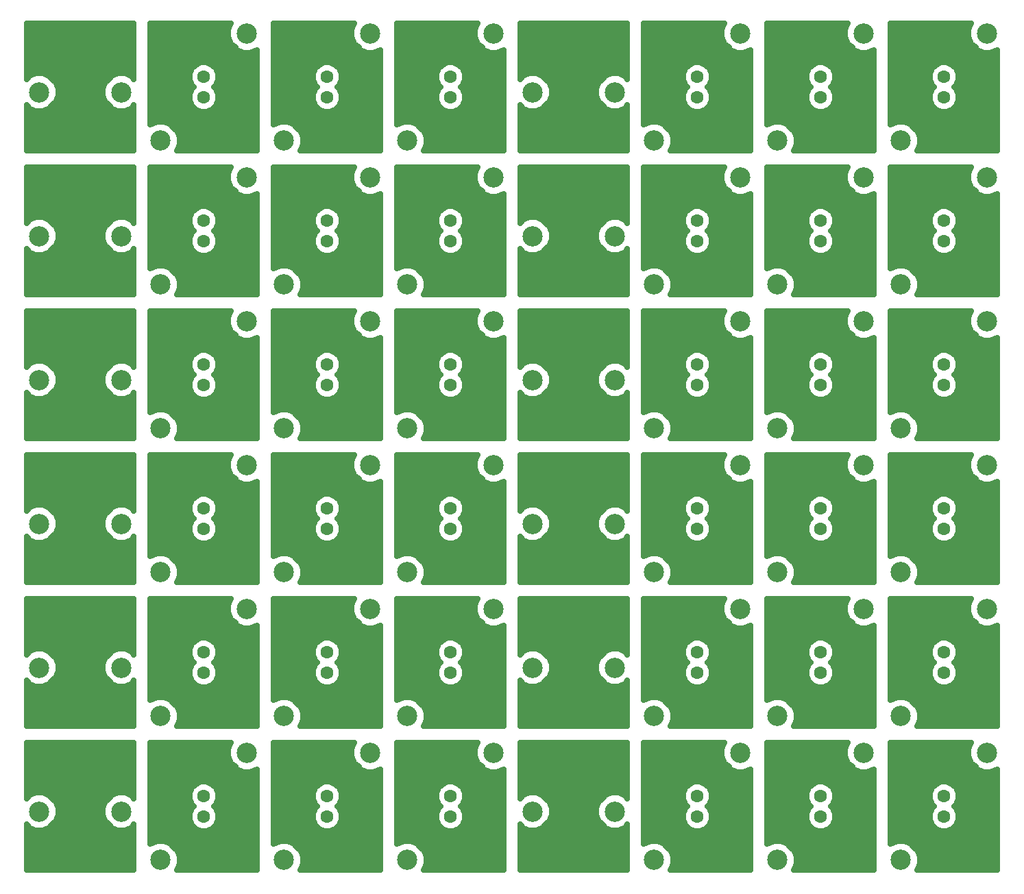
<source format=gbl>
G04 (created by PCBNEW (2013-07-07 BZR 4022)-stable) date 11/9/2013 6:45:55 PM*
%MOIN*%
G04 Gerber Fmt 3.4, Leading zero omitted, Abs format*
%FSLAX34Y34*%
G01*
G70*
G90*
G04 APERTURE LIST*
%ADD10C,0.006*%
%ADD11C,0.0984252*%
%ADD12C,0.0629921*%
%ADD13C,0.025*%
G04 APERTURE END LIST*
G54D10*
G54D11*
X40650Y-38850D03*
X44850Y-33650D03*
X38750Y-36500D03*
X34750Y-36500D03*
G54D12*
X42750Y-36750D03*
X42750Y-35750D03*
X54750Y-36750D03*
X54750Y-35750D03*
G54D11*
X56850Y-33650D03*
X52650Y-38850D03*
X46650Y-38850D03*
X50850Y-33650D03*
G54D12*
X48750Y-36750D03*
X48750Y-35750D03*
X48750Y-43750D03*
X48750Y-42750D03*
G54D11*
X50850Y-40650D03*
X46650Y-45850D03*
X52650Y-45850D03*
X56850Y-40650D03*
G54D12*
X54750Y-43750D03*
X54750Y-42750D03*
X42750Y-43750D03*
X42750Y-42750D03*
G54D11*
X34750Y-43500D03*
X38750Y-43500D03*
X44850Y-40650D03*
X40650Y-45850D03*
X40650Y-73850D03*
X44850Y-68650D03*
X38750Y-71500D03*
X34750Y-71500D03*
G54D12*
X42750Y-71750D03*
X42750Y-70750D03*
X54750Y-71750D03*
X54750Y-70750D03*
G54D11*
X56850Y-68650D03*
X52650Y-73850D03*
X46650Y-73850D03*
X50850Y-68650D03*
G54D12*
X48750Y-71750D03*
X48750Y-70750D03*
X48750Y-64750D03*
X48750Y-63750D03*
G54D11*
X50850Y-61650D03*
X46650Y-66850D03*
X52650Y-66850D03*
X56850Y-61650D03*
G54D12*
X54750Y-64750D03*
X54750Y-63750D03*
X42750Y-64750D03*
X42750Y-63750D03*
G54D11*
X34750Y-64500D03*
X38750Y-64500D03*
X44850Y-61650D03*
X40650Y-66850D03*
X40650Y-59850D03*
X44850Y-54650D03*
X38750Y-57500D03*
X34750Y-57500D03*
G54D12*
X42750Y-57750D03*
X42750Y-56750D03*
X54750Y-57750D03*
X54750Y-56750D03*
G54D11*
X56850Y-54650D03*
X52650Y-59850D03*
X46650Y-59850D03*
X50850Y-54650D03*
G54D12*
X48750Y-57750D03*
X48750Y-56750D03*
X48750Y-50750D03*
X48750Y-49750D03*
G54D11*
X50850Y-47650D03*
X46650Y-52850D03*
X52650Y-52850D03*
X56850Y-47650D03*
G54D12*
X54750Y-50750D03*
X54750Y-49750D03*
X42750Y-50750D03*
X42750Y-49750D03*
G54D11*
X34750Y-50500D03*
X38750Y-50500D03*
X44850Y-47650D03*
X40650Y-52850D03*
X16650Y-52850D03*
X20850Y-47650D03*
X14750Y-50500D03*
X10750Y-50500D03*
G54D12*
X18750Y-50750D03*
X18750Y-49750D03*
X30750Y-50750D03*
X30750Y-49750D03*
G54D11*
X32850Y-47650D03*
X28650Y-52850D03*
X22650Y-52850D03*
X26850Y-47650D03*
G54D12*
X24750Y-50750D03*
X24750Y-49750D03*
X24750Y-57750D03*
X24750Y-56750D03*
G54D11*
X26850Y-54650D03*
X22650Y-59850D03*
X28650Y-59850D03*
X32850Y-54650D03*
G54D12*
X30750Y-57750D03*
X30750Y-56750D03*
X18750Y-57750D03*
X18750Y-56750D03*
G54D11*
X10750Y-57500D03*
X14750Y-57500D03*
X20850Y-54650D03*
X16650Y-59850D03*
X16650Y-66850D03*
X20850Y-61650D03*
X14750Y-64500D03*
X10750Y-64500D03*
G54D12*
X18750Y-64750D03*
X18750Y-63750D03*
X30750Y-64750D03*
X30750Y-63750D03*
G54D11*
X32850Y-61650D03*
X28650Y-66850D03*
X22650Y-66850D03*
X26850Y-61650D03*
G54D12*
X24750Y-64750D03*
X24750Y-63750D03*
X24750Y-71750D03*
X24750Y-70750D03*
G54D11*
X26850Y-68650D03*
X22650Y-73850D03*
X28650Y-73850D03*
X32850Y-68650D03*
G54D12*
X30750Y-71750D03*
X30750Y-70750D03*
X18750Y-71750D03*
X18750Y-70750D03*
G54D11*
X10750Y-71500D03*
X14750Y-71500D03*
X20850Y-68650D03*
X16650Y-73850D03*
X16650Y-45850D03*
X20850Y-40650D03*
X14750Y-43500D03*
X10750Y-43500D03*
G54D12*
X18750Y-43750D03*
X18750Y-42750D03*
X30750Y-43750D03*
X30750Y-42750D03*
G54D11*
X32850Y-40650D03*
X28650Y-45850D03*
X22650Y-45850D03*
X26850Y-40650D03*
G54D12*
X24750Y-43750D03*
X24750Y-42750D03*
X24750Y-36750D03*
X24750Y-35750D03*
G54D11*
X26850Y-33650D03*
X22650Y-38850D03*
X28650Y-38850D03*
X32850Y-33650D03*
G54D12*
X30750Y-36750D03*
X30750Y-35750D03*
X18750Y-36750D03*
X18750Y-35750D03*
G54D11*
X10750Y-36500D03*
X14750Y-36500D03*
X20850Y-33650D03*
X16650Y-38850D03*
G54D10*
G36*
X15350Y-39350D02*
X10150Y-39350D01*
X10150Y-37126D01*
X10198Y-37174D01*
X10220Y-37270D01*
X10556Y-37414D01*
X10920Y-37419D01*
X11259Y-37283D01*
X11279Y-37270D01*
X11301Y-37174D01*
X11424Y-37051D01*
X11520Y-37029D01*
X11664Y-36693D01*
X11669Y-36329D01*
X11533Y-35990D01*
X11520Y-35970D01*
X11424Y-35948D01*
X11301Y-35825D01*
X11279Y-35729D01*
X10943Y-35585D01*
X10579Y-35580D01*
X10240Y-35716D01*
X10220Y-35729D01*
X10198Y-35825D01*
X10150Y-35873D01*
X10150Y-33150D01*
X15350Y-33150D01*
X15350Y-35873D01*
X15301Y-35825D01*
X15279Y-35729D01*
X14943Y-35585D01*
X14579Y-35580D01*
X14240Y-35716D01*
X14220Y-35729D01*
X14198Y-35825D01*
X14075Y-35948D01*
X13979Y-35970D01*
X13835Y-36306D01*
X13830Y-36670D01*
X13966Y-37009D01*
X13979Y-37029D01*
X14075Y-37051D01*
X14198Y-37174D01*
X14220Y-37270D01*
X14556Y-37414D01*
X14920Y-37419D01*
X15259Y-37283D01*
X15279Y-37270D01*
X15301Y-37174D01*
X15350Y-37126D01*
X15350Y-39350D01*
X15350Y-39350D01*
G37*
G54D13*
X15350Y-39350D02*
X10150Y-39350D01*
X10150Y-37126D01*
X10198Y-37174D01*
X10220Y-37270D01*
X10556Y-37414D01*
X10920Y-37419D01*
X11259Y-37283D01*
X11279Y-37270D01*
X11301Y-37174D01*
X11424Y-37051D01*
X11520Y-37029D01*
X11664Y-36693D01*
X11669Y-36329D01*
X11533Y-35990D01*
X11520Y-35970D01*
X11424Y-35948D01*
X11301Y-35825D01*
X11279Y-35729D01*
X10943Y-35585D01*
X10579Y-35580D01*
X10240Y-35716D01*
X10220Y-35729D01*
X10198Y-35825D01*
X10150Y-35873D01*
X10150Y-33150D01*
X15350Y-33150D01*
X15350Y-35873D01*
X15301Y-35825D01*
X15279Y-35729D01*
X14943Y-35585D01*
X14579Y-35580D01*
X14240Y-35716D01*
X14220Y-35729D01*
X14198Y-35825D01*
X14075Y-35948D01*
X13979Y-35970D01*
X13835Y-36306D01*
X13830Y-36670D01*
X13966Y-37009D01*
X13979Y-37029D01*
X14075Y-37051D01*
X14198Y-37174D01*
X14220Y-37270D01*
X14556Y-37414D01*
X14920Y-37419D01*
X15259Y-37283D01*
X15279Y-37270D01*
X15301Y-37174D01*
X15350Y-37126D01*
X15350Y-39350D01*
G54D10*
G36*
X15350Y-46350D02*
X10150Y-46350D01*
X10150Y-44126D01*
X10198Y-44174D01*
X10220Y-44270D01*
X10556Y-44414D01*
X10920Y-44419D01*
X11259Y-44283D01*
X11279Y-44270D01*
X11301Y-44174D01*
X11424Y-44051D01*
X11520Y-44029D01*
X11664Y-43693D01*
X11669Y-43329D01*
X11533Y-42990D01*
X11520Y-42970D01*
X11424Y-42948D01*
X11301Y-42825D01*
X11279Y-42729D01*
X10943Y-42585D01*
X10579Y-42580D01*
X10240Y-42716D01*
X10220Y-42729D01*
X10198Y-42825D01*
X10150Y-42873D01*
X10150Y-40150D01*
X15350Y-40150D01*
X15350Y-42873D01*
X15301Y-42825D01*
X15279Y-42729D01*
X14943Y-42585D01*
X14579Y-42580D01*
X14240Y-42716D01*
X14220Y-42729D01*
X14198Y-42825D01*
X14075Y-42948D01*
X13979Y-42970D01*
X13835Y-43306D01*
X13830Y-43670D01*
X13966Y-44009D01*
X13979Y-44029D01*
X14075Y-44051D01*
X14198Y-44174D01*
X14220Y-44270D01*
X14556Y-44414D01*
X14920Y-44419D01*
X15259Y-44283D01*
X15279Y-44270D01*
X15301Y-44174D01*
X15350Y-44126D01*
X15350Y-46350D01*
X15350Y-46350D01*
G37*
G54D13*
X15350Y-46350D02*
X10150Y-46350D01*
X10150Y-44126D01*
X10198Y-44174D01*
X10220Y-44270D01*
X10556Y-44414D01*
X10920Y-44419D01*
X11259Y-44283D01*
X11279Y-44270D01*
X11301Y-44174D01*
X11424Y-44051D01*
X11520Y-44029D01*
X11664Y-43693D01*
X11669Y-43329D01*
X11533Y-42990D01*
X11520Y-42970D01*
X11424Y-42948D01*
X11301Y-42825D01*
X11279Y-42729D01*
X10943Y-42585D01*
X10579Y-42580D01*
X10240Y-42716D01*
X10220Y-42729D01*
X10198Y-42825D01*
X10150Y-42873D01*
X10150Y-40150D01*
X15350Y-40150D01*
X15350Y-42873D01*
X15301Y-42825D01*
X15279Y-42729D01*
X14943Y-42585D01*
X14579Y-42580D01*
X14240Y-42716D01*
X14220Y-42729D01*
X14198Y-42825D01*
X14075Y-42948D01*
X13979Y-42970D01*
X13835Y-43306D01*
X13830Y-43670D01*
X13966Y-44009D01*
X13979Y-44029D01*
X14075Y-44051D01*
X14198Y-44174D01*
X14220Y-44270D01*
X14556Y-44414D01*
X14920Y-44419D01*
X15259Y-44283D01*
X15279Y-44270D01*
X15301Y-44174D01*
X15350Y-44126D01*
X15350Y-46350D01*
G54D10*
G36*
X15350Y-53350D02*
X10150Y-53350D01*
X10150Y-51126D01*
X10198Y-51174D01*
X10220Y-51270D01*
X10556Y-51414D01*
X10920Y-51419D01*
X11259Y-51283D01*
X11279Y-51270D01*
X11301Y-51174D01*
X11424Y-51051D01*
X11520Y-51029D01*
X11664Y-50693D01*
X11669Y-50329D01*
X11533Y-49990D01*
X11520Y-49970D01*
X11424Y-49948D01*
X11301Y-49825D01*
X11279Y-49729D01*
X10943Y-49585D01*
X10579Y-49580D01*
X10240Y-49716D01*
X10220Y-49729D01*
X10198Y-49825D01*
X10150Y-49873D01*
X10150Y-47150D01*
X15350Y-47150D01*
X15350Y-49873D01*
X15301Y-49825D01*
X15279Y-49729D01*
X14943Y-49585D01*
X14579Y-49580D01*
X14240Y-49716D01*
X14220Y-49729D01*
X14198Y-49825D01*
X14075Y-49948D01*
X13979Y-49970D01*
X13835Y-50306D01*
X13830Y-50670D01*
X13966Y-51009D01*
X13979Y-51029D01*
X14075Y-51051D01*
X14198Y-51174D01*
X14220Y-51270D01*
X14556Y-51414D01*
X14920Y-51419D01*
X15259Y-51283D01*
X15279Y-51270D01*
X15301Y-51174D01*
X15350Y-51126D01*
X15350Y-53350D01*
X15350Y-53350D01*
G37*
G54D13*
X15350Y-53350D02*
X10150Y-53350D01*
X10150Y-51126D01*
X10198Y-51174D01*
X10220Y-51270D01*
X10556Y-51414D01*
X10920Y-51419D01*
X11259Y-51283D01*
X11279Y-51270D01*
X11301Y-51174D01*
X11424Y-51051D01*
X11520Y-51029D01*
X11664Y-50693D01*
X11669Y-50329D01*
X11533Y-49990D01*
X11520Y-49970D01*
X11424Y-49948D01*
X11301Y-49825D01*
X11279Y-49729D01*
X10943Y-49585D01*
X10579Y-49580D01*
X10240Y-49716D01*
X10220Y-49729D01*
X10198Y-49825D01*
X10150Y-49873D01*
X10150Y-47150D01*
X15350Y-47150D01*
X15350Y-49873D01*
X15301Y-49825D01*
X15279Y-49729D01*
X14943Y-49585D01*
X14579Y-49580D01*
X14240Y-49716D01*
X14220Y-49729D01*
X14198Y-49825D01*
X14075Y-49948D01*
X13979Y-49970D01*
X13835Y-50306D01*
X13830Y-50670D01*
X13966Y-51009D01*
X13979Y-51029D01*
X14075Y-51051D01*
X14198Y-51174D01*
X14220Y-51270D01*
X14556Y-51414D01*
X14920Y-51419D01*
X15259Y-51283D01*
X15279Y-51270D01*
X15301Y-51174D01*
X15350Y-51126D01*
X15350Y-53350D01*
G54D10*
G36*
X15350Y-60350D02*
X10150Y-60350D01*
X10150Y-58126D01*
X10198Y-58174D01*
X10220Y-58270D01*
X10556Y-58414D01*
X10920Y-58419D01*
X11259Y-58283D01*
X11279Y-58270D01*
X11301Y-58174D01*
X11424Y-58051D01*
X11520Y-58029D01*
X11664Y-57693D01*
X11669Y-57329D01*
X11533Y-56990D01*
X11520Y-56970D01*
X11424Y-56948D01*
X11301Y-56825D01*
X11279Y-56729D01*
X10943Y-56585D01*
X10579Y-56580D01*
X10240Y-56716D01*
X10220Y-56729D01*
X10198Y-56825D01*
X10150Y-56873D01*
X10150Y-54150D01*
X15350Y-54150D01*
X15350Y-56873D01*
X15301Y-56825D01*
X15279Y-56729D01*
X14943Y-56585D01*
X14579Y-56580D01*
X14240Y-56716D01*
X14220Y-56729D01*
X14198Y-56825D01*
X14075Y-56948D01*
X13979Y-56970D01*
X13835Y-57306D01*
X13830Y-57670D01*
X13966Y-58009D01*
X13979Y-58029D01*
X14075Y-58051D01*
X14198Y-58174D01*
X14220Y-58270D01*
X14556Y-58414D01*
X14920Y-58419D01*
X15259Y-58283D01*
X15279Y-58270D01*
X15301Y-58174D01*
X15350Y-58126D01*
X15350Y-60350D01*
X15350Y-60350D01*
G37*
G54D13*
X15350Y-60350D02*
X10150Y-60350D01*
X10150Y-58126D01*
X10198Y-58174D01*
X10220Y-58270D01*
X10556Y-58414D01*
X10920Y-58419D01*
X11259Y-58283D01*
X11279Y-58270D01*
X11301Y-58174D01*
X11424Y-58051D01*
X11520Y-58029D01*
X11664Y-57693D01*
X11669Y-57329D01*
X11533Y-56990D01*
X11520Y-56970D01*
X11424Y-56948D01*
X11301Y-56825D01*
X11279Y-56729D01*
X10943Y-56585D01*
X10579Y-56580D01*
X10240Y-56716D01*
X10220Y-56729D01*
X10198Y-56825D01*
X10150Y-56873D01*
X10150Y-54150D01*
X15350Y-54150D01*
X15350Y-56873D01*
X15301Y-56825D01*
X15279Y-56729D01*
X14943Y-56585D01*
X14579Y-56580D01*
X14240Y-56716D01*
X14220Y-56729D01*
X14198Y-56825D01*
X14075Y-56948D01*
X13979Y-56970D01*
X13835Y-57306D01*
X13830Y-57670D01*
X13966Y-58009D01*
X13979Y-58029D01*
X14075Y-58051D01*
X14198Y-58174D01*
X14220Y-58270D01*
X14556Y-58414D01*
X14920Y-58419D01*
X15259Y-58283D01*
X15279Y-58270D01*
X15301Y-58174D01*
X15350Y-58126D01*
X15350Y-60350D01*
G54D10*
G36*
X15350Y-67350D02*
X10150Y-67350D01*
X10150Y-65126D01*
X10198Y-65174D01*
X10220Y-65270D01*
X10556Y-65414D01*
X10920Y-65419D01*
X11259Y-65283D01*
X11279Y-65270D01*
X11301Y-65174D01*
X11424Y-65051D01*
X11520Y-65029D01*
X11664Y-64693D01*
X11669Y-64329D01*
X11533Y-63990D01*
X11520Y-63970D01*
X11424Y-63948D01*
X11301Y-63825D01*
X11279Y-63729D01*
X10943Y-63585D01*
X10579Y-63580D01*
X10240Y-63716D01*
X10220Y-63729D01*
X10198Y-63825D01*
X10150Y-63873D01*
X10150Y-61150D01*
X15350Y-61150D01*
X15350Y-63873D01*
X15301Y-63825D01*
X15279Y-63729D01*
X14943Y-63585D01*
X14579Y-63580D01*
X14240Y-63716D01*
X14220Y-63729D01*
X14198Y-63825D01*
X14075Y-63948D01*
X13979Y-63970D01*
X13835Y-64306D01*
X13830Y-64670D01*
X13966Y-65009D01*
X13979Y-65029D01*
X14075Y-65051D01*
X14198Y-65174D01*
X14220Y-65270D01*
X14556Y-65414D01*
X14920Y-65419D01*
X15259Y-65283D01*
X15279Y-65270D01*
X15301Y-65174D01*
X15350Y-65126D01*
X15350Y-67350D01*
X15350Y-67350D01*
G37*
G54D13*
X15350Y-67350D02*
X10150Y-67350D01*
X10150Y-65126D01*
X10198Y-65174D01*
X10220Y-65270D01*
X10556Y-65414D01*
X10920Y-65419D01*
X11259Y-65283D01*
X11279Y-65270D01*
X11301Y-65174D01*
X11424Y-65051D01*
X11520Y-65029D01*
X11664Y-64693D01*
X11669Y-64329D01*
X11533Y-63990D01*
X11520Y-63970D01*
X11424Y-63948D01*
X11301Y-63825D01*
X11279Y-63729D01*
X10943Y-63585D01*
X10579Y-63580D01*
X10240Y-63716D01*
X10220Y-63729D01*
X10198Y-63825D01*
X10150Y-63873D01*
X10150Y-61150D01*
X15350Y-61150D01*
X15350Y-63873D01*
X15301Y-63825D01*
X15279Y-63729D01*
X14943Y-63585D01*
X14579Y-63580D01*
X14240Y-63716D01*
X14220Y-63729D01*
X14198Y-63825D01*
X14075Y-63948D01*
X13979Y-63970D01*
X13835Y-64306D01*
X13830Y-64670D01*
X13966Y-65009D01*
X13979Y-65029D01*
X14075Y-65051D01*
X14198Y-65174D01*
X14220Y-65270D01*
X14556Y-65414D01*
X14920Y-65419D01*
X15259Y-65283D01*
X15279Y-65270D01*
X15301Y-65174D01*
X15350Y-65126D01*
X15350Y-67350D01*
G54D10*
G36*
X15350Y-74350D02*
X10150Y-74350D01*
X10150Y-72126D01*
X10198Y-72174D01*
X10220Y-72270D01*
X10556Y-72414D01*
X10920Y-72419D01*
X11259Y-72283D01*
X11279Y-72270D01*
X11301Y-72174D01*
X11424Y-72051D01*
X11520Y-72029D01*
X11664Y-71693D01*
X11669Y-71329D01*
X11533Y-70990D01*
X11520Y-70970D01*
X11424Y-70948D01*
X11301Y-70825D01*
X11279Y-70729D01*
X10943Y-70585D01*
X10579Y-70580D01*
X10240Y-70716D01*
X10220Y-70729D01*
X10198Y-70825D01*
X10150Y-70873D01*
X10150Y-68150D01*
X15350Y-68150D01*
X15350Y-70873D01*
X15301Y-70825D01*
X15279Y-70729D01*
X14943Y-70585D01*
X14579Y-70580D01*
X14240Y-70716D01*
X14220Y-70729D01*
X14198Y-70825D01*
X14075Y-70948D01*
X13979Y-70970D01*
X13835Y-71306D01*
X13830Y-71670D01*
X13966Y-72009D01*
X13979Y-72029D01*
X14075Y-72051D01*
X14198Y-72174D01*
X14220Y-72270D01*
X14556Y-72414D01*
X14920Y-72419D01*
X15259Y-72283D01*
X15279Y-72270D01*
X15301Y-72174D01*
X15350Y-72126D01*
X15350Y-74350D01*
X15350Y-74350D01*
G37*
G54D13*
X15350Y-74350D02*
X10150Y-74350D01*
X10150Y-72126D01*
X10198Y-72174D01*
X10220Y-72270D01*
X10556Y-72414D01*
X10920Y-72419D01*
X11259Y-72283D01*
X11279Y-72270D01*
X11301Y-72174D01*
X11424Y-72051D01*
X11520Y-72029D01*
X11664Y-71693D01*
X11669Y-71329D01*
X11533Y-70990D01*
X11520Y-70970D01*
X11424Y-70948D01*
X11301Y-70825D01*
X11279Y-70729D01*
X10943Y-70585D01*
X10579Y-70580D01*
X10240Y-70716D01*
X10220Y-70729D01*
X10198Y-70825D01*
X10150Y-70873D01*
X10150Y-68150D01*
X15350Y-68150D01*
X15350Y-70873D01*
X15301Y-70825D01*
X15279Y-70729D01*
X14943Y-70585D01*
X14579Y-70580D01*
X14240Y-70716D01*
X14220Y-70729D01*
X14198Y-70825D01*
X14075Y-70948D01*
X13979Y-70970D01*
X13835Y-71306D01*
X13830Y-71670D01*
X13966Y-72009D01*
X13979Y-72029D01*
X14075Y-72051D01*
X14198Y-72174D01*
X14220Y-72270D01*
X14556Y-72414D01*
X14920Y-72419D01*
X15259Y-72283D01*
X15279Y-72270D01*
X15301Y-72174D01*
X15350Y-72126D01*
X15350Y-74350D01*
G54D10*
G36*
X21350Y-39350D02*
X19440Y-39350D01*
X19440Y-36613D01*
X19335Y-36359D01*
X19225Y-36249D01*
X19334Y-36141D01*
X19439Y-35887D01*
X19440Y-35613D01*
X19335Y-35359D01*
X19141Y-35165D01*
X18887Y-35060D01*
X18613Y-35059D01*
X18359Y-35164D01*
X18165Y-35358D01*
X18060Y-35612D01*
X18059Y-35886D01*
X18164Y-36140D01*
X18274Y-36250D01*
X18165Y-36358D01*
X18060Y-36612D01*
X18059Y-36886D01*
X18164Y-37140D01*
X18358Y-37334D01*
X18612Y-37439D01*
X18886Y-37440D01*
X19140Y-37335D01*
X19334Y-37141D01*
X19439Y-36887D01*
X19440Y-36613D01*
X19440Y-39350D01*
X17433Y-39350D01*
X17564Y-39043D01*
X17569Y-38679D01*
X17433Y-38340D01*
X17420Y-38320D01*
X17324Y-38298D01*
X17201Y-38175D01*
X17179Y-38079D01*
X16843Y-37935D01*
X16479Y-37930D01*
X16150Y-38062D01*
X16150Y-33150D01*
X20066Y-33150D01*
X19935Y-33456D01*
X19930Y-33820D01*
X20066Y-34159D01*
X20079Y-34179D01*
X20175Y-34201D01*
X20298Y-34324D01*
X20320Y-34420D01*
X20656Y-34564D01*
X21020Y-34569D01*
X21350Y-34437D01*
X21350Y-39350D01*
X21350Y-39350D01*
G37*
G54D13*
X21350Y-39350D02*
X19440Y-39350D01*
X19440Y-36613D01*
X19335Y-36359D01*
X19225Y-36249D01*
X19334Y-36141D01*
X19439Y-35887D01*
X19440Y-35613D01*
X19335Y-35359D01*
X19141Y-35165D01*
X18887Y-35060D01*
X18613Y-35059D01*
X18359Y-35164D01*
X18165Y-35358D01*
X18060Y-35612D01*
X18059Y-35886D01*
X18164Y-36140D01*
X18274Y-36250D01*
X18165Y-36358D01*
X18060Y-36612D01*
X18059Y-36886D01*
X18164Y-37140D01*
X18358Y-37334D01*
X18612Y-37439D01*
X18886Y-37440D01*
X19140Y-37335D01*
X19334Y-37141D01*
X19439Y-36887D01*
X19440Y-36613D01*
X19440Y-39350D01*
X17433Y-39350D01*
X17564Y-39043D01*
X17569Y-38679D01*
X17433Y-38340D01*
X17420Y-38320D01*
X17324Y-38298D01*
X17201Y-38175D01*
X17179Y-38079D01*
X16843Y-37935D01*
X16479Y-37930D01*
X16150Y-38062D01*
X16150Y-33150D01*
X20066Y-33150D01*
X19935Y-33456D01*
X19930Y-33820D01*
X20066Y-34159D01*
X20079Y-34179D01*
X20175Y-34201D01*
X20298Y-34324D01*
X20320Y-34420D01*
X20656Y-34564D01*
X21020Y-34569D01*
X21350Y-34437D01*
X21350Y-39350D01*
G54D10*
G36*
X21350Y-46350D02*
X19440Y-46350D01*
X19440Y-43613D01*
X19335Y-43359D01*
X19225Y-43249D01*
X19334Y-43141D01*
X19439Y-42887D01*
X19440Y-42613D01*
X19335Y-42359D01*
X19141Y-42165D01*
X18887Y-42060D01*
X18613Y-42059D01*
X18359Y-42164D01*
X18165Y-42358D01*
X18060Y-42612D01*
X18059Y-42886D01*
X18164Y-43140D01*
X18274Y-43250D01*
X18165Y-43358D01*
X18060Y-43612D01*
X18059Y-43886D01*
X18164Y-44140D01*
X18358Y-44334D01*
X18612Y-44439D01*
X18886Y-44440D01*
X19140Y-44335D01*
X19334Y-44141D01*
X19439Y-43887D01*
X19440Y-43613D01*
X19440Y-46350D01*
X17433Y-46350D01*
X17564Y-46043D01*
X17569Y-45679D01*
X17433Y-45340D01*
X17420Y-45320D01*
X17324Y-45298D01*
X17201Y-45175D01*
X17179Y-45079D01*
X16843Y-44935D01*
X16479Y-44930D01*
X16150Y-45062D01*
X16150Y-40150D01*
X20066Y-40150D01*
X19935Y-40456D01*
X19930Y-40820D01*
X20066Y-41159D01*
X20079Y-41179D01*
X20175Y-41201D01*
X20298Y-41324D01*
X20320Y-41420D01*
X20656Y-41564D01*
X21020Y-41569D01*
X21350Y-41437D01*
X21350Y-46350D01*
X21350Y-46350D01*
G37*
G54D13*
X21350Y-46350D02*
X19440Y-46350D01*
X19440Y-43613D01*
X19335Y-43359D01*
X19225Y-43249D01*
X19334Y-43141D01*
X19439Y-42887D01*
X19440Y-42613D01*
X19335Y-42359D01*
X19141Y-42165D01*
X18887Y-42060D01*
X18613Y-42059D01*
X18359Y-42164D01*
X18165Y-42358D01*
X18060Y-42612D01*
X18059Y-42886D01*
X18164Y-43140D01*
X18274Y-43250D01*
X18165Y-43358D01*
X18060Y-43612D01*
X18059Y-43886D01*
X18164Y-44140D01*
X18358Y-44334D01*
X18612Y-44439D01*
X18886Y-44440D01*
X19140Y-44335D01*
X19334Y-44141D01*
X19439Y-43887D01*
X19440Y-43613D01*
X19440Y-46350D01*
X17433Y-46350D01*
X17564Y-46043D01*
X17569Y-45679D01*
X17433Y-45340D01*
X17420Y-45320D01*
X17324Y-45298D01*
X17201Y-45175D01*
X17179Y-45079D01*
X16843Y-44935D01*
X16479Y-44930D01*
X16150Y-45062D01*
X16150Y-40150D01*
X20066Y-40150D01*
X19935Y-40456D01*
X19930Y-40820D01*
X20066Y-41159D01*
X20079Y-41179D01*
X20175Y-41201D01*
X20298Y-41324D01*
X20320Y-41420D01*
X20656Y-41564D01*
X21020Y-41569D01*
X21350Y-41437D01*
X21350Y-46350D01*
G54D10*
G36*
X21350Y-53350D02*
X19440Y-53350D01*
X19440Y-50613D01*
X19335Y-50359D01*
X19225Y-50249D01*
X19334Y-50141D01*
X19439Y-49887D01*
X19440Y-49613D01*
X19335Y-49359D01*
X19141Y-49165D01*
X18887Y-49060D01*
X18613Y-49059D01*
X18359Y-49164D01*
X18165Y-49358D01*
X18060Y-49612D01*
X18059Y-49886D01*
X18164Y-50140D01*
X18274Y-50250D01*
X18165Y-50358D01*
X18060Y-50612D01*
X18059Y-50886D01*
X18164Y-51140D01*
X18358Y-51334D01*
X18612Y-51439D01*
X18886Y-51440D01*
X19140Y-51335D01*
X19334Y-51141D01*
X19439Y-50887D01*
X19440Y-50613D01*
X19440Y-53350D01*
X17433Y-53350D01*
X17564Y-53043D01*
X17569Y-52679D01*
X17433Y-52340D01*
X17420Y-52320D01*
X17324Y-52298D01*
X17201Y-52175D01*
X17179Y-52079D01*
X16843Y-51935D01*
X16479Y-51930D01*
X16150Y-52062D01*
X16150Y-47150D01*
X20066Y-47150D01*
X19935Y-47456D01*
X19930Y-47820D01*
X20066Y-48159D01*
X20079Y-48179D01*
X20175Y-48201D01*
X20298Y-48324D01*
X20320Y-48420D01*
X20656Y-48564D01*
X21020Y-48569D01*
X21350Y-48437D01*
X21350Y-53350D01*
X21350Y-53350D01*
G37*
G54D13*
X21350Y-53350D02*
X19440Y-53350D01*
X19440Y-50613D01*
X19335Y-50359D01*
X19225Y-50249D01*
X19334Y-50141D01*
X19439Y-49887D01*
X19440Y-49613D01*
X19335Y-49359D01*
X19141Y-49165D01*
X18887Y-49060D01*
X18613Y-49059D01*
X18359Y-49164D01*
X18165Y-49358D01*
X18060Y-49612D01*
X18059Y-49886D01*
X18164Y-50140D01*
X18274Y-50250D01*
X18165Y-50358D01*
X18060Y-50612D01*
X18059Y-50886D01*
X18164Y-51140D01*
X18358Y-51334D01*
X18612Y-51439D01*
X18886Y-51440D01*
X19140Y-51335D01*
X19334Y-51141D01*
X19439Y-50887D01*
X19440Y-50613D01*
X19440Y-53350D01*
X17433Y-53350D01*
X17564Y-53043D01*
X17569Y-52679D01*
X17433Y-52340D01*
X17420Y-52320D01*
X17324Y-52298D01*
X17201Y-52175D01*
X17179Y-52079D01*
X16843Y-51935D01*
X16479Y-51930D01*
X16150Y-52062D01*
X16150Y-47150D01*
X20066Y-47150D01*
X19935Y-47456D01*
X19930Y-47820D01*
X20066Y-48159D01*
X20079Y-48179D01*
X20175Y-48201D01*
X20298Y-48324D01*
X20320Y-48420D01*
X20656Y-48564D01*
X21020Y-48569D01*
X21350Y-48437D01*
X21350Y-53350D01*
G54D10*
G36*
X21350Y-60350D02*
X19440Y-60350D01*
X19440Y-57613D01*
X19335Y-57359D01*
X19225Y-57249D01*
X19334Y-57141D01*
X19439Y-56887D01*
X19440Y-56613D01*
X19335Y-56359D01*
X19141Y-56165D01*
X18887Y-56060D01*
X18613Y-56059D01*
X18359Y-56164D01*
X18165Y-56358D01*
X18060Y-56612D01*
X18059Y-56886D01*
X18164Y-57140D01*
X18274Y-57250D01*
X18165Y-57358D01*
X18060Y-57612D01*
X18059Y-57886D01*
X18164Y-58140D01*
X18358Y-58334D01*
X18612Y-58439D01*
X18886Y-58440D01*
X19140Y-58335D01*
X19334Y-58141D01*
X19439Y-57887D01*
X19440Y-57613D01*
X19440Y-60350D01*
X17433Y-60350D01*
X17564Y-60043D01*
X17569Y-59679D01*
X17433Y-59340D01*
X17420Y-59320D01*
X17324Y-59298D01*
X17201Y-59175D01*
X17179Y-59079D01*
X16843Y-58935D01*
X16479Y-58930D01*
X16150Y-59062D01*
X16150Y-54150D01*
X20066Y-54150D01*
X19935Y-54456D01*
X19930Y-54820D01*
X20066Y-55159D01*
X20079Y-55179D01*
X20175Y-55201D01*
X20298Y-55324D01*
X20320Y-55420D01*
X20656Y-55564D01*
X21020Y-55569D01*
X21350Y-55437D01*
X21350Y-60350D01*
X21350Y-60350D01*
G37*
G54D13*
X21350Y-60350D02*
X19440Y-60350D01*
X19440Y-57613D01*
X19335Y-57359D01*
X19225Y-57249D01*
X19334Y-57141D01*
X19439Y-56887D01*
X19440Y-56613D01*
X19335Y-56359D01*
X19141Y-56165D01*
X18887Y-56060D01*
X18613Y-56059D01*
X18359Y-56164D01*
X18165Y-56358D01*
X18060Y-56612D01*
X18059Y-56886D01*
X18164Y-57140D01*
X18274Y-57250D01*
X18165Y-57358D01*
X18060Y-57612D01*
X18059Y-57886D01*
X18164Y-58140D01*
X18358Y-58334D01*
X18612Y-58439D01*
X18886Y-58440D01*
X19140Y-58335D01*
X19334Y-58141D01*
X19439Y-57887D01*
X19440Y-57613D01*
X19440Y-60350D01*
X17433Y-60350D01*
X17564Y-60043D01*
X17569Y-59679D01*
X17433Y-59340D01*
X17420Y-59320D01*
X17324Y-59298D01*
X17201Y-59175D01*
X17179Y-59079D01*
X16843Y-58935D01*
X16479Y-58930D01*
X16150Y-59062D01*
X16150Y-54150D01*
X20066Y-54150D01*
X19935Y-54456D01*
X19930Y-54820D01*
X20066Y-55159D01*
X20079Y-55179D01*
X20175Y-55201D01*
X20298Y-55324D01*
X20320Y-55420D01*
X20656Y-55564D01*
X21020Y-55569D01*
X21350Y-55437D01*
X21350Y-60350D01*
G54D10*
G36*
X21350Y-67350D02*
X19440Y-67350D01*
X19440Y-64613D01*
X19335Y-64359D01*
X19225Y-64249D01*
X19334Y-64141D01*
X19439Y-63887D01*
X19440Y-63613D01*
X19335Y-63359D01*
X19141Y-63165D01*
X18887Y-63060D01*
X18613Y-63059D01*
X18359Y-63164D01*
X18165Y-63358D01*
X18060Y-63612D01*
X18059Y-63886D01*
X18164Y-64140D01*
X18274Y-64250D01*
X18165Y-64358D01*
X18060Y-64612D01*
X18059Y-64886D01*
X18164Y-65140D01*
X18358Y-65334D01*
X18612Y-65439D01*
X18886Y-65440D01*
X19140Y-65335D01*
X19334Y-65141D01*
X19439Y-64887D01*
X19440Y-64613D01*
X19440Y-67350D01*
X17433Y-67350D01*
X17564Y-67043D01*
X17569Y-66679D01*
X17433Y-66340D01*
X17420Y-66320D01*
X17324Y-66298D01*
X17201Y-66175D01*
X17179Y-66079D01*
X16843Y-65935D01*
X16479Y-65930D01*
X16150Y-66062D01*
X16150Y-61150D01*
X20066Y-61150D01*
X19935Y-61456D01*
X19930Y-61820D01*
X20066Y-62159D01*
X20079Y-62179D01*
X20175Y-62201D01*
X20298Y-62324D01*
X20320Y-62420D01*
X20656Y-62564D01*
X21020Y-62569D01*
X21350Y-62437D01*
X21350Y-67350D01*
X21350Y-67350D01*
G37*
G54D13*
X21350Y-67350D02*
X19440Y-67350D01*
X19440Y-64613D01*
X19335Y-64359D01*
X19225Y-64249D01*
X19334Y-64141D01*
X19439Y-63887D01*
X19440Y-63613D01*
X19335Y-63359D01*
X19141Y-63165D01*
X18887Y-63060D01*
X18613Y-63059D01*
X18359Y-63164D01*
X18165Y-63358D01*
X18060Y-63612D01*
X18059Y-63886D01*
X18164Y-64140D01*
X18274Y-64250D01*
X18165Y-64358D01*
X18060Y-64612D01*
X18059Y-64886D01*
X18164Y-65140D01*
X18358Y-65334D01*
X18612Y-65439D01*
X18886Y-65440D01*
X19140Y-65335D01*
X19334Y-65141D01*
X19439Y-64887D01*
X19440Y-64613D01*
X19440Y-67350D01*
X17433Y-67350D01*
X17564Y-67043D01*
X17569Y-66679D01*
X17433Y-66340D01*
X17420Y-66320D01*
X17324Y-66298D01*
X17201Y-66175D01*
X17179Y-66079D01*
X16843Y-65935D01*
X16479Y-65930D01*
X16150Y-66062D01*
X16150Y-61150D01*
X20066Y-61150D01*
X19935Y-61456D01*
X19930Y-61820D01*
X20066Y-62159D01*
X20079Y-62179D01*
X20175Y-62201D01*
X20298Y-62324D01*
X20320Y-62420D01*
X20656Y-62564D01*
X21020Y-62569D01*
X21350Y-62437D01*
X21350Y-67350D01*
G54D10*
G36*
X21350Y-74350D02*
X19440Y-74350D01*
X19440Y-71613D01*
X19335Y-71359D01*
X19225Y-71249D01*
X19334Y-71141D01*
X19439Y-70887D01*
X19440Y-70613D01*
X19335Y-70359D01*
X19141Y-70165D01*
X18887Y-70060D01*
X18613Y-70059D01*
X18359Y-70164D01*
X18165Y-70358D01*
X18060Y-70612D01*
X18059Y-70886D01*
X18164Y-71140D01*
X18274Y-71250D01*
X18165Y-71358D01*
X18060Y-71612D01*
X18059Y-71886D01*
X18164Y-72140D01*
X18358Y-72334D01*
X18612Y-72439D01*
X18886Y-72440D01*
X19140Y-72335D01*
X19334Y-72141D01*
X19439Y-71887D01*
X19440Y-71613D01*
X19440Y-74350D01*
X17433Y-74350D01*
X17564Y-74043D01*
X17569Y-73679D01*
X17433Y-73340D01*
X17420Y-73320D01*
X17324Y-73298D01*
X17201Y-73175D01*
X17179Y-73079D01*
X16843Y-72935D01*
X16479Y-72930D01*
X16150Y-73062D01*
X16150Y-68150D01*
X20066Y-68150D01*
X19935Y-68456D01*
X19930Y-68820D01*
X20066Y-69159D01*
X20079Y-69179D01*
X20175Y-69201D01*
X20298Y-69324D01*
X20320Y-69420D01*
X20656Y-69564D01*
X21020Y-69569D01*
X21350Y-69437D01*
X21350Y-74350D01*
X21350Y-74350D01*
G37*
G54D13*
X21350Y-74350D02*
X19440Y-74350D01*
X19440Y-71613D01*
X19335Y-71359D01*
X19225Y-71249D01*
X19334Y-71141D01*
X19439Y-70887D01*
X19440Y-70613D01*
X19335Y-70359D01*
X19141Y-70165D01*
X18887Y-70060D01*
X18613Y-70059D01*
X18359Y-70164D01*
X18165Y-70358D01*
X18060Y-70612D01*
X18059Y-70886D01*
X18164Y-71140D01*
X18274Y-71250D01*
X18165Y-71358D01*
X18060Y-71612D01*
X18059Y-71886D01*
X18164Y-72140D01*
X18358Y-72334D01*
X18612Y-72439D01*
X18886Y-72440D01*
X19140Y-72335D01*
X19334Y-72141D01*
X19439Y-71887D01*
X19440Y-71613D01*
X19440Y-74350D01*
X17433Y-74350D01*
X17564Y-74043D01*
X17569Y-73679D01*
X17433Y-73340D01*
X17420Y-73320D01*
X17324Y-73298D01*
X17201Y-73175D01*
X17179Y-73079D01*
X16843Y-72935D01*
X16479Y-72930D01*
X16150Y-73062D01*
X16150Y-68150D01*
X20066Y-68150D01*
X19935Y-68456D01*
X19930Y-68820D01*
X20066Y-69159D01*
X20079Y-69179D01*
X20175Y-69201D01*
X20298Y-69324D01*
X20320Y-69420D01*
X20656Y-69564D01*
X21020Y-69569D01*
X21350Y-69437D01*
X21350Y-74350D01*
G54D10*
G36*
X27350Y-39350D02*
X25440Y-39350D01*
X25440Y-36613D01*
X25335Y-36359D01*
X25225Y-36249D01*
X25334Y-36141D01*
X25439Y-35887D01*
X25440Y-35613D01*
X25335Y-35359D01*
X25141Y-35165D01*
X24887Y-35060D01*
X24613Y-35059D01*
X24359Y-35164D01*
X24165Y-35358D01*
X24060Y-35612D01*
X24059Y-35886D01*
X24164Y-36140D01*
X24274Y-36250D01*
X24165Y-36358D01*
X24060Y-36612D01*
X24059Y-36886D01*
X24164Y-37140D01*
X24358Y-37334D01*
X24612Y-37439D01*
X24886Y-37440D01*
X25140Y-37335D01*
X25334Y-37141D01*
X25439Y-36887D01*
X25440Y-36613D01*
X25440Y-39350D01*
X23433Y-39350D01*
X23564Y-39043D01*
X23569Y-38679D01*
X23433Y-38340D01*
X23420Y-38320D01*
X23324Y-38298D01*
X23201Y-38175D01*
X23179Y-38079D01*
X22843Y-37935D01*
X22479Y-37930D01*
X22150Y-38062D01*
X22150Y-33150D01*
X26066Y-33150D01*
X25935Y-33456D01*
X25930Y-33820D01*
X26066Y-34159D01*
X26079Y-34179D01*
X26175Y-34201D01*
X26298Y-34324D01*
X26320Y-34420D01*
X26656Y-34564D01*
X27020Y-34569D01*
X27350Y-34437D01*
X27350Y-39350D01*
X27350Y-39350D01*
G37*
G54D13*
X27350Y-39350D02*
X25440Y-39350D01*
X25440Y-36613D01*
X25335Y-36359D01*
X25225Y-36249D01*
X25334Y-36141D01*
X25439Y-35887D01*
X25440Y-35613D01*
X25335Y-35359D01*
X25141Y-35165D01*
X24887Y-35060D01*
X24613Y-35059D01*
X24359Y-35164D01*
X24165Y-35358D01*
X24060Y-35612D01*
X24059Y-35886D01*
X24164Y-36140D01*
X24274Y-36250D01*
X24165Y-36358D01*
X24060Y-36612D01*
X24059Y-36886D01*
X24164Y-37140D01*
X24358Y-37334D01*
X24612Y-37439D01*
X24886Y-37440D01*
X25140Y-37335D01*
X25334Y-37141D01*
X25439Y-36887D01*
X25440Y-36613D01*
X25440Y-39350D01*
X23433Y-39350D01*
X23564Y-39043D01*
X23569Y-38679D01*
X23433Y-38340D01*
X23420Y-38320D01*
X23324Y-38298D01*
X23201Y-38175D01*
X23179Y-38079D01*
X22843Y-37935D01*
X22479Y-37930D01*
X22150Y-38062D01*
X22150Y-33150D01*
X26066Y-33150D01*
X25935Y-33456D01*
X25930Y-33820D01*
X26066Y-34159D01*
X26079Y-34179D01*
X26175Y-34201D01*
X26298Y-34324D01*
X26320Y-34420D01*
X26656Y-34564D01*
X27020Y-34569D01*
X27350Y-34437D01*
X27350Y-39350D01*
G54D10*
G36*
X27350Y-46350D02*
X25440Y-46350D01*
X25440Y-43613D01*
X25335Y-43359D01*
X25225Y-43249D01*
X25334Y-43141D01*
X25439Y-42887D01*
X25440Y-42613D01*
X25335Y-42359D01*
X25141Y-42165D01*
X24887Y-42060D01*
X24613Y-42059D01*
X24359Y-42164D01*
X24165Y-42358D01*
X24060Y-42612D01*
X24059Y-42886D01*
X24164Y-43140D01*
X24274Y-43250D01*
X24165Y-43358D01*
X24060Y-43612D01*
X24059Y-43886D01*
X24164Y-44140D01*
X24358Y-44334D01*
X24612Y-44439D01*
X24886Y-44440D01*
X25140Y-44335D01*
X25334Y-44141D01*
X25439Y-43887D01*
X25440Y-43613D01*
X25440Y-46350D01*
X23433Y-46350D01*
X23564Y-46043D01*
X23569Y-45679D01*
X23433Y-45340D01*
X23420Y-45320D01*
X23324Y-45298D01*
X23201Y-45175D01*
X23179Y-45079D01*
X22843Y-44935D01*
X22479Y-44930D01*
X22150Y-45062D01*
X22150Y-40150D01*
X26066Y-40150D01*
X25935Y-40456D01*
X25930Y-40820D01*
X26066Y-41159D01*
X26079Y-41179D01*
X26175Y-41201D01*
X26298Y-41324D01*
X26320Y-41420D01*
X26656Y-41564D01*
X27020Y-41569D01*
X27350Y-41437D01*
X27350Y-46350D01*
X27350Y-46350D01*
G37*
G54D13*
X27350Y-46350D02*
X25440Y-46350D01*
X25440Y-43613D01*
X25335Y-43359D01*
X25225Y-43249D01*
X25334Y-43141D01*
X25439Y-42887D01*
X25440Y-42613D01*
X25335Y-42359D01*
X25141Y-42165D01*
X24887Y-42060D01*
X24613Y-42059D01*
X24359Y-42164D01*
X24165Y-42358D01*
X24060Y-42612D01*
X24059Y-42886D01*
X24164Y-43140D01*
X24274Y-43250D01*
X24165Y-43358D01*
X24060Y-43612D01*
X24059Y-43886D01*
X24164Y-44140D01*
X24358Y-44334D01*
X24612Y-44439D01*
X24886Y-44440D01*
X25140Y-44335D01*
X25334Y-44141D01*
X25439Y-43887D01*
X25440Y-43613D01*
X25440Y-46350D01*
X23433Y-46350D01*
X23564Y-46043D01*
X23569Y-45679D01*
X23433Y-45340D01*
X23420Y-45320D01*
X23324Y-45298D01*
X23201Y-45175D01*
X23179Y-45079D01*
X22843Y-44935D01*
X22479Y-44930D01*
X22150Y-45062D01*
X22150Y-40150D01*
X26066Y-40150D01*
X25935Y-40456D01*
X25930Y-40820D01*
X26066Y-41159D01*
X26079Y-41179D01*
X26175Y-41201D01*
X26298Y-41324D01*
X26320Y-41420D01*
X26656Y-41564D01*
X27020Y-41569D01*
X27350Y-41437D01*
X27350Y-46350D01*
G54D10*
G36*
X27350Y-53350D02*
X25440Y-53350D01*
X25440Y-50613D01*
X25335Y-50359D01*
X25225Y-50249D01*
X25334Y-50141D01*
X25439Y-49887D01*
X25440Y-49613D01*
X25335Y-49359D01*
X25141Y-49165D01*
X24887Y-49060D01*
X24613Y-49059D01*
X24359Y-49164D01*
X24165Y-49358D01*
X24060Y-49612D01*
X24059Y-49886D01*
X24164Y-50140D01*
X24274Y-50250D01*
X24165Y-50358D01*
X24060Y-50612D01*
X24059Y-50886D01*
X24164Y-51140D01*
X24358Y-51334D01*
X24612Y-51439D01*
X24886Y-51440D01*
X25140Y-51335D01*
X25334Y-51141D01*
X25439Y-50887D01*
X25440Y-50613D01*
X25440Y-53350D01*
X23433Y-53350D01*
X23564Y-53043D01*
X23569Y-52679D01*
X23433Y-52340D01*
X23420Y-52320D01*
X23324Y-52298D01*
X23201Y-52175D01*
X23179Y-52079D01*
X22843Y-51935D01*
X22479Y-51930D01*
X22150Y-52062D01*
X22150Y-47150D01*
X26066Y-47150D01*
X25935Y-47456D01*
X25930Y-47820D01*
X26066Y-48159D01*
X26079Y-48179D01*
X26175Y-48201D01*
X26298Y-48324D01*
X26320Y-48420D01*
X26656Y-48564D01*
X27020Y-48569D01*
X27350Y-48437D01*
X27350Y-53350D01*
X27350Y-53350D01*
G37*
G54D13*
X27350Y-53350D02*
X25440Y-53350D01*
X25440Y-50613D01*
X25335Y-50359D01*
X25225Y-50249D01*
X25334Y-50141D01*
X25439Y-49887D01*
X25440Y-49613D01*
X25335Y-49359D01*
X25141Y-49165D01*
X24887Y-49060D01*
X24613Y-49059D01*
X24359Y-49164D01*
X24165Y-49358D01*
X24060Y-49612D01*
X24059Y-49886D01*
X24164Y-50140D01*
X24274Y-50250D01*
X24165Y-50358D01*
X24060Y-50612D01*
X24059Y-50886D01*
X24164Y-51140D01*
X24358Y-51334D01*
X24612Y-51439D01*
X24886Y-51440D01*
X25140Y-51335D01*
X25334Y-51141D01*
X25439Y-50887D01*
X25440Y-50613D01*
X25440Y-53350D01*
X23433Y-53350D01*
X23564Y-53043D01*
X23569Y-52679D01*
X23433Y-52340D01*
X23420Y-52320D01*
X23324Y-52298D01*
X23201Y-52175D01*
X23179Y-52079D01*
X22843Y-51935D01*
X22479Y-51930D01*
X22150Y-52062D01*
X22150Y-47150D01*
X26066Y-47150D01*
X25935Y-47456D01*
X25930Y-47820D01*
X26066Y-48159D01*
X26079Y-48179D01*
X26175Y-48201D01*
X26298Y-48324D01*
X26320Y-48420D01*
X26656Y-48564D01*
X27020Y-48569D01*
X27350Y-48437D01*
X27350Y-53350D01*
G54D10*
G36*
X27350Y-60350D02*
X25440Y-60350D01*
X25440Y-57613D01*
X25335Y-57359D01*
X25225Y-57249D01*
X25334Y-57141D01*
X25439Y-56887D01*
X25440Y-56613D01*
X25335Y-56359D01*
X25141Y-56165D01*
X24887Y-56060D01*
X24613Y-56059D01*
X24359Y-56164D01*
X24165Y-56358D01*
X24060Y-56612D01*
X24059Y-56886D01*
X24164Y-57140D01*
X24274Y-57250D01*
X24165Y-57358D01*
X24060Y-57612D01*
X24059Y-57886D01*
X24164Y-58140D01*
X24358Y-58334D01*
X24612Y-58439D01*
X24886Y-58440D01*
X25140Y-58335D01*
X25334Y-58141D01*
X25439Y-57887D01*
X25440Y-57613D01*
X25440Y-60350D01*
X23433Y-60350D01*
X23564Y-60043D01*
X23569Y-59679D01*
X23433Y-59340D01*
X23420Y-59320D01*
X23324Y-59298D01*
X23201Y-59175D01*
X23179Y-59079D01*
X22843Y-58935D01*
X22479Y-58930D01*
X22150Y-59062D01*
X22150Y-54150D01*
X26066Y-54150D01*
X25935Y-54456D01*
X25930Y-54820D01*
X26066Y-55159D01*
X26079Y-55179D01*
X26175Y-55201D01*
X26298Y-55324D01*
X26320Y-55420D01*
X26656Y-55564D01*
X27020Y-55569D01*
X27350Y-55437D01*
X27350Y-60350D01*
X27350Y-60350D01*
G37*
G54D13*
X27350Y-60350D02*
X25440Y-60350D01*
X25440Y-57613D01*
X25335Y-57359D01*
X25225Y-57249D01*
X25334Y-57141D01*
X25439Y-56887D01*
X25440Y-56613D01*
X25335Y-56359D01*
X25141Y-56165D01*
X24887Y-56060D01*
X24613Y-56059D01*
X24359Y-56164D01*
X24165Y-56358D01*
X24060Y-56612D01*
X24059Y-56886D01*
X24164Y-57140D01*
X24274Y-57250D01*
X24165Y-57358D01*
X24060Y-57612D01*
X24059Y-57886D01*
X24164Y-58140D01*
X24358Y-58334D01*
X24612Y-58439D01*
X24886Y-58440D01*
X25140Y-58335D01*
X25334Y-58141D01*
X25439Y-57887D01*
X25440Y-57613D01*
X25440Y-60350D01*
X23433Y-60350D01*
X23564Y-60043D01*
X23569Y-59679D01*
X23433Y-59340D01*
X23420Y-59320D01*
X23324Y-59298D01*
X23201Y-59175D01*
X23179Y-59079D01*
X22843Y-58935D01*
X22479Y-58930D01*
X22150Y-59062D01*
X22150Y-54150D01*
X26066Y-54150D01*
X25935Y-54456D01*
X25930Y-54820D01*
X26066Y-55159D01*
X26079Y-55179D01*
X26175Y-55201D01*
X26298Y-55324D01*
X26320Y-55420D01*
X26656Y-55564D01*
X27020Y-55569D01*
X27350Y-55437D01*
X27350Y-60350D01*
G54D10*
G36*
X27350Y-67350D02*
X25440Y-67350D01*
X25440Y-64613D01*
X25335Y-64359D01*
X25225Y-64249D01*
X25334Y-64141D01*
X25439Y-63887D01*
X25440Y-63613D01*
X25335Y-63359D01*
X25141Y-63165D01*
X24887Y-63060D01*
X24613Y-63059D01*
X24359Y-63164D01*
X24165Y-63358D01*
X24060Y-63612D01*
X24059Y-63886D01*
X24164Y-64140D01*
X24274Y-64250D01*
X24165Y-64358D01*
X24060Y-64612D01*
X24059Y-64886D01*
X24164Y-65140D01*
X24358Y-65334D01*
X24612Y-65439D01*
X24886Y-65440D01*
X25140Y-65335D01*
X25334Y-65141D01*
X25439Y-64887D01*
X25440Y-64613D01*
X25440Y-67350D01*
X23433Y-67350D01*
X23564Y-67043D01*
X23569Y-66679D01*
X23433Y-66340D01*
X23420Y-66320D01*
X23324Y-66298D01*
X23201Y-66175D01*
X23179Y-66079D01*
X22843Y-65935D01*
X22479Y-65930D01*
X22150Y-66062D01*
X22150Y-61150D01*
X26066Y-61150D01*
X25935Y-61456D01*
X25930Y-61820D01*
X26066Y-62159D01*
X26079Y-62179D01*
X26175Y-62201D01*
X26298Y-62324D01*
X26320Y-62420D01*
X26656Y-62564D01*
X27020Y-62569D01*
X27350Y-62437D01*
X27350Y-67350D01*
X27350Y-67350D01*
G37*
G54D13*
X27350Y-67350D02*
X25440Y-67350D01*
X25440Y-64613D01*
X25335Y-64359D01*
X25225Y-64249D01*
X25334Y-64141D01*
X25439Y-63887D01*
X25440Y-63613D01*
X25335Y-63359D01*
X25141Y-63165D01*
X24887Y-63060D01*
X24613Y-63059D01*
X24359Y-63164D01*
X24165Y-63358D01*
X24060Y-63612D01*
X24059Y-63886D01*
X24164Y-64140D01*
X24274Y-64250D01*
X24165Y-64358D01*
X24060Y-64612D01*
X24059Y-64886D01*
X24164Y-65140D01*
X24358Y-65334D01*
X24612Y-65439D01*
X24886Y-65440D01*
X25140Y-65335D01*
X25334Y-65141D01*
X25439Y-64887D01*
X25440Y-64613D01*
X25440Y-67350D01*
X23433Y-67350D01*
X23564Y-67043D01*
X23569Y-66679D01*
X23433Y-66340D01*
X23420Y-66320D01*
X23324Y-66298D01*
X23201Y-66175D01*
X23179Y-66079D01*
X22843Y-65935D01*
X22479Y-65930D01*
X22150Y-66062D01*
X22150Y-61150D01*
X26066Y-61150D01*
X25935Y-61456D01*
X25930Y-61820D01*
X26066Y-62159D01*
X26079Y-62179D01*
X26175Y-62201D01*
X26298Y-62324D01*
X26320Y-62420D01*
X26656Y-62564D01*
X27020Y-62569D01*
X27350Y-62437D01*
X27350Y-67350D01*
G54D10*
G36*
X27350Y-74350D02*
X25440Y-74350D01*
X25440Y-71613D01*
X25335Y-71359D01*
X25225Y-71249D01*
X25334Y-71141D01*
X25439Y-70887D01*
X25440Y-70613D01*
X25335Y-70359D01*
X25141Y-70165D01*
X24887Y-70060D01*
X24613Y-70059D01*
X24359Y-70164D01*
X24165Y-70358D01*
X24060Y-70612D01*
X24059Y-70886D01*
X24164Y-71140D01*
X24274Y-71250D01*
X24165Y-71358D01*
X24060Y-71612D01*
X24059Y-71886D01*
X24164Y-72140D01*
X24358Y-72334D01*
X24612Y-72439D01*
X24886Y-72440D01*
X25140Y-72335D01*
X25334Y-72141D01*
X25439Y-71887D01*
X25440Y-71613D01*
X25440Y-74350D01*
X23433Y-74350D01*
X23564Y-74043D01*
X23569Y-73679D01*
X23433Y-73340D01*
X23420Y-73320D01*
X23324Y-73298D01*
X23201Y-73175D01*
X23179Y-73079D01*
X22843Y-72935D01*
X22479Y-72930D01*
X22150Y-73062D01*
X22150Y-68150D01*
X26066Y-68150D01*
X25935Y-68456D01*
X25930Y-68820D01*
X26066Y-69159D01*
X26079Y-69179D01*
X26175Y-69201D01*
X26298Y-69324D01*
X26320Y-69420D01*
X26656Y-69564D01*
X27020Y-69569D01*
X27350Y-69437D01*
X27350Y-74350D01*
X27350Y-74350D01*
G37*
G54D13*
X27350Y-74350D02*
X25440Y-74350D01*
X25440Y-71613D01*
X25335Y-71359D01*
X25225Y-71249D01*
X25334Y-71141D01*
X25439Y-70887D01*
X25440Y-70613D01*
X25335Y-70359D01*
X25141Y-70165D01*
X24887Y-70060D01*
X24613Y-70059D01*
X24359Y-70164D01*
X24165Y-70358D01*
X24060Y-70612D01*
X24059Y-70886D01*
X24164Y-71140D01*
X24274Y-71250D01*
X24165Y-71358D01*
X24060Y-71612D01*
X24059Y-71886D01*
X24164Y-72140D01*
X24358Y-72334D01*
X24612Y-72439D01*
X24886Y-72440D01*
X25140Y-72335D01*
X25334Y-72141D01*
X25439Y-71887D01*
X25440Y-71613D01*
X25440Y-74350D01*
X23433Y-74350D01*
X23564Y-74043D01*
X23569Y-73679D01*
X23433Y-73340D01*
X23420Y-73320D01*
X23324Y-73298D01*
X23201Y-73175D01*
X23179Y-73079D01*
X22843Y-72935D01*
X22479Y-72930D01*
X22150Y-73062D01*
X22150Y-68150D01*
X26066Y-68150D01*
X25935Y-68456D01*
X25930Y-68820D01*
X26066Y-69159D01*
X26079Y-69179D01*
X26175Y-69201D01*
X26298Y-69324D01*
X26320Y-69420D01*
X26656Y-69564D01*
X27020Y-69569D01*
X27350Y-69437D01*
X27350Y-74350D01*
G54D10*
G36*
X33350Y-39350D02*
X31440Y-39350D01*
X31440Y-36613D01*
X31335Y-36359D01*
X31225Y-36249D01*
X31334Y-36141D01*
X31439Y-35887D01*
X31440Y-35613D01*
X31335Y-35359D01*
X31141Y-35165D01*
X30887Y-35060D01*
X30613Y-35059D01*
X30359Y-35164D01*
X30165Y-35358D01*
X30060Y-35612D01*
X30059Y-35886D01*
X30164Y-36140D01*
X30274Y-36250D01*
X30165Y-36358D01*
X30060Y-36612D01*
X30059Y-36886D01*
X30164Y-37140D01*
X30358Y-37334D01*
X30612Y-37439D01*
X30886Y-37440D01*
X31140Y-37335D01*
X31334Y-37141D01*
X31439Y-36887D01*
X31440Y-36613D01*
X31440Y-39350D01*
X29433Y-39350D01*
X29564Y-39043D01*
X29569Y-38679D01*
X29433Y-38340D01*
X29420Y-38320D01*
X29324Y-38298D01*
X29201Y-38175D01*
X29179Y-38079D01*
X28843Y-37935D01*
X28479Y-37930D01*
X28150Y-38062D01*
X28150Y-33150D01*
X32066Y-33150D01*
X31935Y-33456D01*
X31930Y-33820D01*
X32066Y-34159D01*
X32079Y-34179D01*
X32175Y-34201D01*
X32298Y-34324D01*
X32320Y-34420D01*
X32656Y-34564D01*
X33020Y-34569D01*
X33350Y-34437D01*
X33350Y-39350D01*
X33350Y-39350D01*
G37*
G54D13*
X33350Y-39350D02*
X31440Y-39350D01*
X31440Y-36613D01*
X31335Y-36359D01*
X31225Y-36249D01*
X31334Y-36141D01*
X31439Y-35887D01*
X31440Y-35613D01*
X31335Y-35359D01*
X31141Y-35165D01*
X30887Y-35060D01*
X30613Y-35059D01*
X30359Y-35164D01*
X30165Y-35358D01*
X30060Y-35612D01*
X30059Y-35886D01*
X30164Y-36140D01*
X30274Y-36250D01*
X30165Y-36358D01*
X30060Y-36612D01*
X30059Y-36886D01*
X30164Y-37140D01*
X30358Y-37334D01*
X30612Y-37439D01*
X30886Y-37440D01*
X31140Y-37335D01*
X31334Y-37141D01*
X31439Y-36887D01*
X31440Y-36613D01*
X31440Y-39350D01*
X29433Y-39350D01*
X29564Y-39043D01*
X29569Y-38679D01*
X29433Y-38340D01*
X29420Y-38320D01*
X29324Y-38298D01*
X29201Y-38175D01*
X29179Y-38079D01*
X28843Y-37935D01*
X28479Y-37930D01*
X28150Y-38062D01*
X28150Y-33150D01*
X32066Y-33150D01*
X31935Y-33456D01*
X31930Y-33820D01*
X32066Y-34159D01*
X32079Y-34179D01*
X32175Y-34201D01*
X32298Y-34324D01*
X32320Y-34420D01*
X32656Y-34564D01*
X33020Y-34569D01*
X33350Y-34437D01*
X33350Y-39350D01*
G54D10*
G36*
X33350Y-46350D02*
X31440Y-46350D01*
X31440Y-43613D01*
X31335Y-43359D01*
X31225Y-43249D01*
X31334Y-43141D01*
X31439Y-42887D01*
X31440Y-42613D01*
X31335Y-42359D01*
X31141Y-42165D01*
X30887Y-42060D01*
X30613Y-42059D01*
X30359Y-42164D01*
X30165Y-42358D01*
X30060Y-42612D01*
X30059Y-42886D01*
X30164Y-43140D01*
X30274Y-43250D01*
X30165Y-43358D01*
X30060Y-43612D01*
X30059Y-43886D01*
X30164Y-44140D01*
X30358Y-44334D01*
X30612Y-44439D01*
X30886Y-44440D01*
X31140Y-44335D01*
X31334Y-44141D01*
X31439Y-43887D01*
X31440Y-43613D01*
X31440Y-46350D01*
X29433Y-46350D01*
X29564Y-46043D01*
X29569Y-45679D01*
X29433Y-45340D01*
X29420Y-45320D01*
X29324Y-45298D01*
X29201Y-45175D01*
X29179Y-45079D01*
X28843Y-44935D01*
X28479Y-44930D01*
X28150Y-45062D01*
X28150Y-40150D01*
X32066Y-40150D01*
X31935Y-40456D01*
X31930Y-40820D01*
X32066Y-41159D01*
X32079Y-41179D01*
X32175Y-41201D01*
X32298Y-41324D01*
X32320Y-41420D01*
X32656Y-41564D01*
X33020Y-41569D01*
X33350Y-41437D01*
X33350Y-46350D01*
X33350Y-46350D01*
G37*
G54D13*
X33350Y-46350D02*
X31440Y-46350D01*
X31440Y-43613D01*
X31335Y-43359D01*
X31225Y-43249D01*
X31334Y-43141D01*
X31439Y-42887D01*
X31440Y-42613D01*
X31335Y-42359D01*
X31141Y-42165D01*
X30887Y-42060D01*
X30613Y-42059D01*
X30359Y-42164D01*
X30165Y-42358D01*
X30060Y-42612D01*
X30059Y-42886D01*
X30164Y-43140D01*
X30274Y-43250D01*
X30165Y-43358D01*
X30060Y-43612D01*
X30059Y-43886D01*
X30164Y-44140D01*
X30358Y-44334D01*
X30612Y-44439D01*
X30886Y-44440D01*
X31140Y-44335D01*
X31334Y-44141D01*
X31439Y-43887D01*
X31440Y-43613D01*
X31440Y-46350D01*
X29433Y-46350D01*
X29564Y-46043D01*
X29569Y-45679D01*
X29433Y-45340D01*
X29420Y-45320D01*
X29324Y-45298D01*
X29201Y-45175D01*
X29179Y-45079D01*
X28843Y-44935D01*
X28479Y-44930D01*
X28150Y-45062D01*
X28150Y-40150D01*
X32066Y-40150D01*
X31935Y-40456D01*
X31930Y-40820D01*
X32066Y-41159D01*
X32079Y-41179D01*
X32175Y-41201D01*
X32298Y-41324D01*
X32320Y-41420D01*
X32656Y-41564D01*
X33020Y-41569D01*
X33350Y-41437D01*
X33350Y-46350D01*
G54D10*
G36*
X33350Y-53350D02*
X31440Y-53350D01*
X31440Y-50613D01*
X31335Y-50359D01*
X31225Y-50249D01*
X31334Y-50141D01*
X31439Y-49887D01*
X31440Y-49613D01*
X31335Y-49359D01*
X31141Y-49165D01*
X30887Y-49060D01*
X30613Y-49059D01*
X30359Y-49164D01*
X30165Y-49358D01*
X30060Y-49612D01*
X30059Y-49886D01*
X30164Y-50140D01*
X30274Y-50250D01*
X30165Y-50358D01*
X30060Y-50612D01*
X30059Y-50886D01*
X30164Y-51140D01*
X30358Y-51334D01*
X30612Y-51439D01*
X30886Y-51440D01*
X31140Y-51335D01*
X31334Y-51141D01*
X31439Y-50887D01*
X31440Y-50613D01*
X31440Y-53350D01*
X29433Y-53350D01*
X29564Y-53043D01*
X29569Y-52679D01*
X29433Y-52340D01*
X29420Y-52320D01*
X29324Y-52298D01*
X29201Y-52175D01*
X29179Y-52079D01*
X28843Y-51935D01*
X28479Y-51930D01*
X28150Y-52062D01*
X28150Y-47150D01*
X32066Y-47150D01*
X31935Y-47456D01*
X31930Y-47820D01*
X32066Y-48159D01*
X32079Y-48179D01*
X32175Y-48201D01*
X32298Y-48324D01*
X32320Y-48420D01*
X32656Y-48564D01*
X33020Y-48569D01*
X33350Y-48437D01*
X33350Y-53350D01*
X33350Y-53350D01*
G37*
G54D13*
X33350Y-53350D02*
X31440Y-53350D01*
X31440Y-50613D01*
X31335Y-50359D01*
X31225Y-50249D01*
X31334Y-50141D01*
X31439Y-49887D01*
X31440Y-49613D01*
X31335Y-49359D01*
X31141Y-49165D01*
X30887Y-49060D01*
X30613Y-49059D01*
X30359Y-49164D01*
X30165Y-49358D01*
X30060Y-49612D01*
X30059Y-49886D01*
X30164Y-50140D01*
X30274Y-50250D01*
X30165Y-50358D01*
X30060Y-50612D01*
X30059Y-50886D01*
X30164Y-51140D01*
X30358Y-51334D01*
X30612Y-51439D01*
X30886Y-51440D01*
X31140Y-51335D01*
X31334Y-51141D01*
X31439Y-50887D01*
X31440Y-50613D01*
X31440Y-53350D01*
X29433Y-53350D01*
X29564Y-53043D01*
X29569Y-52679D01*
X29433Y-52340D01*
X29420Y-52320D01*
X29324Y-52298D01*
X29201Y-52175D01*
X29179Y-52079D01*
X28843Y-51935D01*
X28479Y-51930D01*
X28150Y-52062D01*
X28150Y-47150D01*
X32066Y-47150D01*
X31935Y-47456D01*
X31930Y-47820D01*
X32066Y-48159D01*
X32079Y-48179D01*
X32175Y-48201D01*
X32298Y-48324D01*
X32320Y-48420D01*
X32656Y-48564D01*
X33020Y-48569D01*
X33350Y-48437D01*
X33350Y-53350D01*
G54D10*
G36*
X33350Y-60350D02*
X31440Y-60350D01*
X31440Y-57613D01*
X31335Y-57359D01*
X31225Y-57249D01*
X31334Y-57141D01*
X31439Y-56887D01*
X31440Y-56613D01*
X31335Y-56359D01*
X31141Y-56165D01*
X30887Y-56060D01*
X30613Y-56059D01*
X30359Y-56164D01*
X30165Y-56358D01*
X30060Y-56612D01*
X30059Y-56886D01*
X30164Y-57140D01*
X30274Y-57250D01*
X30165Y-57358D01*
X30060Y-57612D01*
X30059Y-57886D01*
X30164Y-58140D01*
X30358Y-58334D01*
X30612Y-58439D01*
X30886Y-58440D01*
X31140Y-58335D01*
X31334Y-58141D01*
X31439Y-57887D01*
X31440Y-57613D01*
X31440Y-60350D01*
X29433Y-60350D01*
X29564Y-60043D01*
X29569Y-59679D01*
X29433Y-59340D01*
X29420Y-59320D01*
X29324Y-59298D01*
X29201Y-59175D01*
X29179Y-59079D01*
X28843Y-58935D01*
X28479Y-58930D01*
X28150Y-59062D01*
X28150Y-54150D01*
X32066Y-54150D01*
X31935Y-54456D01*
X31930Y-54820D01*
X32066Y-55159D01*
X32079Y-55179D01*
X32175Y-55201D01*
X32298Y-55324D01*
X32320Y-55420D01*
X32656Y-55564D01*
X33020Y-55569D01*
X33350Y-55437D01*
X33350Y-60350D01*
X33350Y-60350D01*
G37*
G54D13*
X33350Y-60350D02*
X31440Y-60350D01*
X31440Y-57613D01*
X31335Y-57359D01*
X31225Y-57249D01*
X31334Y-57141D01*
X31439Y-56887D01*
X31440Y-56613D01*
X31335Y-56359D01*
X31141Y-56165D01*
X30887Y-56060D01*
X30613Y-56059D01*
X30359Y-56164D01*
X30165Y-56358D01*
X30060Y-56612D01*
X30059Y-56886D01*
X30164Y-57140D01*
X30274Y-57250D01*
X30165Y-57358D01*
X30060Y-57612D01*
X30059Y-57886D01*
X30164Y-58140D01*
X30358Y-58334D01*
X30612Y-58439D01*
X30886Y-58440D01*
X31140Y-58335D01*
X31334Y-58141D01*
X31439Y-57887D01*
X31440Y-57613D01*
X31440Y-60350D01*
X29433Y-60350D01*
X29564Y-60043D01*
X29569Y-59679D01*
X29433Y-59340D01*
X29420Y-59320D01*
X29324Y-59298D01*
X29201Y-59175D01*
X29179Y-59079D01*
X28843Y-58935D01*
X28479Y-58930D01*
X28150Y-59062D01*
X28150Y-54150D01*
X32066Y-54150D01*
X31935Y-54456D01*
X31930Y-54820D01*
X32066Y-55159D01*
X32079Y-55179D01*
X32175Y-55201D01*
X32298Y-55324D01*
X32320Y-55420D01*
X32656Y-55564D01*
X33020Y-55569D01*
X33350Y-55437D01*
X33350Y-60350D01*
G54D10*
G36*
X33350Y-67350D02*
X31440Y-67350D01*
X31440Y-64613D01*
X31335Y-64359D01*
X31225Y-64249D01*
X31334Y-64141D01*
X31439Y-63887D01*
X31440Y-63613D01*
X31335Y-63359D01*
X31141Y-63165D01*
X30887Y-63060D01*
X30613Y-63059D01*
X30359Y-63164D01*
X30165Y-63358D01*
X30060Y-63612D01*
X30059Y-63886D01*
X30164Y-64140D01*
X30274Y-64250D01*
X30165Y-64358D01*
X30060Y-64612D01*
X30059Y-64886D01*
X30164Y-65140D01*
X30358Y-65334D01*
X30612Y-65439D01*
X30886Y-65440D01*
X31140Y-65335D01*
X31334Y-65141D01*
X31439Y-64887D01*
X31440Y-64613D01*
X31440Y-67350D01*
X29433Y-67350D01*
X29564Y-67043D01*
X29569Y-66679D01*
X29433Y-66340D01*
X29420Y-66320D01*
X29324Y-66298D01*
X29201Y-66175D01*
X29179Y-66079D01*
X28843Y-65935D01*
X28479Y-65930D01*
X28150Y-66062D01*
X28150Y-61150D01*
X32066Y-61150D01*
X31935Y-61456D01*
X31930Y-61820D01*
X32066Y-62159D01*
X32079Y-62179D01*
X32175Y-62201D01*
X32298Y-62324D01*
X32320Y-62420D01*
X32656Y-62564D01*
X33020Y-62569D01*
X33350Y-62437D01*
X33350Y-67350D01*
X33350Y-67350D01*
G37*
G54D13*
X33350Y-67350D02*
X31440Y-67350D01*
X31440Y-64613D01*
X31335Y-64359D01*
X31225Y-64249D01*
X31334Y-64141D01*
X31439Y-63887D01*
X31440Y-63613D01*
X31335Y-63359D01*
X31141Y-63165D01*
X30887Y-63060D01*
X30613Y-63059D01*
X30359Y-63164D01*
X30165Y-63358D01*
X30060Y-63612D01*
X30059Y-63886D01*
X30164Y-64140D01*
X30274Y-64250D01*
X30165Y-64358D01*
X30060Y-64612D01*
X30059Y-64886D01*
X30164Y-65140D01*
X30358Y-65334D01*
X30612Y-65439D01*
X30886Y-65440D01*
X31140Y-65335D01*
X31334Y-65141D01*
X31439Y-64887D01*
X31440Y-64613D01*
X31440Y-67350D01*
X29433Y-67350D01*
X29564Y-67043D01*
X29569Y-66679D01*
X29433Y-66340D01*
X29420Y-66320D01*
X29324Y-66298D01*
X29201Y-66175D01*
X29179Y-66079D01*
X28843Y-65935D01*
X28479Y-65930D01*
X28150Y-66062D01*
X28150Y-61150D01*
X32066Y-61150D01*
X31935Y-61456D01*
X31930Y-61820D01*
X32066Y-62159D01*
X32079Y-62179D01*
X32175Y-62201D01*
X32298Y-62324D01*
X32320Y-62420D01*
X32656Y-62564D01*
X33020Y-62569D01*
X33350Y-62437D01*
X33350Y-67350D01*
G54D10*
G36*
X33350Y-74350D02*
X31440Y-74350D01*
X31440Y-71613D01*
X31335Y-71359D01*
X31225Y-71249D01*
X31334Y-71141D01*
X31439Y-70887D01*
X31440Y-70613D01*
X31335Y-70359D01*
X31141Y-70165D01*
X30887Y-70060D01*
X30613Y-70059D01*
X30359Y-70164D01*
X30165Y-70358D01*
X30060Y-70612D01*
X30059Y-70886D01*
X30164Y-71140D01*
X30274Y-71250D01*
X30165Y-71358D01*
X30060Y-71612D01*
X30059Y-71886D01*
X30164Y-72140D01*
X30358Y-72334D01*
X30612Y-72439D01*
X30886Y-72440D01*
X31140Y-72335D01*
X31334Y-72141D01*
X31439Y-71887D01*
X31440Y-71613D01*
X31440Y-74350D01*
X29433Y-74350D01*
X29564Y-74043D01*
X29569Y-73679D01*
X29433Y-73340D01*
X29420Y-73320D01*
X29324Y-73298D01*
X29201Y-73175D01*
X29179Y-73079D01*
X28843Y-72935D01*
X28479Y-72930D01*
X28150Y-73062D01*
X28150Y-68150D01*
X32066Y-68150D01*
X31935Y-68456D01*
X31930Y-68820D01*
X32066Y-69159D01*
X32079Y-69179D01*
X32175Y-69201D01*
X32298Y-69324D01*
X32320Y-69420D01*
X32656Y-69564D01*
X33020Y-69569D01*
X33350Y-69437D01*
X33350Y-74350D01*
X33350Y-74350D01*
G37*
G54D13*
X33350Y-74350D02*
X31440Y-74350D01*
X31440Y-71613D01*
X31335Y-71359D01*
X31225Y-71249D01*
X31334Y-71141D01*
X31439Y-70887D01*
X31440Y-70613D01*
X31335Y-70359D01*
X31141Y-70165D01*
X30887Y-70060D01*
X30613Y-70059D01*
X30359Y-70164D01*
X30165Y-70358D01*
X30060Y-70612D01*
X30059Y-70886D01*
X30164Y-71140D01*
X30274Y-71250D01*
X30165Y-71358D01*
X30060Y-71612D01*
X30059Y-71886D01*
X30164Y-72140D01*
X30358Y-72334D01*
X30612Y-72439D01*
X30886Y-72440D01*
X31140Y-72335D01*
X31334Y-72141D01*
X31439Y-71887D01*
X31440Y-71613D01*
X31440Y-74350D01*
X29433Y-74350D01*
X29564Y-74043D01*
X29569Y-73679D01*
X29433Y-73340D01*
X29420Y-73320D01*
X29324Y-73298D01*
X29201Y-73175D01*
X29179Y-73079D01*
X28843Y-72935D01*
X28479Y-72930D01*
X28150Y-73062D01*
X28150Y-68150D01*
X32066Y-68150D01*
X31935Y-68456D01*
X31930Y-68820D01*
X32066Y-69159D01*
X32079Y-69179D01*
X32175Y-69201D01*
X32298Y-69324D01*
X32320Y-69420D01*
X32656Y-69564D01*
X33020Y-69569D01*
X33350Y-69437D01*
X33350Y-74350D01*
G54D10*
G36*
X39350Y-39350D02*
X34150Y-39350D01*
X34150Y-37126D01*
X34198Y-37174D01*
X34220Y-37270D01*
X34556Y-37414D01*
X34920Y-37419D01*
X35259Y-37283D01*
X35279Y-37270D01*
X35301Y-37174D01*
X35424Y-37051D01*
X35520Y-37029D01*
X35664Y-36693D01*
X35669Y-36329D01*
X35533Y-35990D01*
X35520Y-35970D01*
X35424Y-35948D01*
X35301Y-35825D01*
X35279Y-35729D01*
X34943Y-35585D01*
X34579Y-35580D01*
X34240Y-35716D01*
X34220Y-35729D01*
X34198Y-35825D01*
X34150Y-35873D01*
X34150Y-33150D01*
X39350Y-33150D01*
X39350Y-35873D01*
X39301Y-35825D01*
X39279Y-35729D01*
X38943Y-35585D01*
X38579Y-35580D01*
X38240Y-35716D01*
X38220Y-35729D01*
X38198Y-35825D01*
X38075Y-35948D01*
X37979Y-35970D01*
X37835Y-36306D01*
X37830Y-36670D01*
X37966Y-37009D01*
X37979Y-37029D01*
X38075Y-37051D01*
X38198Y-37174D01*
X38220Y-37270D01*
X38556Y-37414D01*
X38920Y-37419D01*
X39259Y-37283D01*
X39279Y-37270D01*
X39301Y-37174D01*
X39350Y-37126D01*
X39350Y-39350D01*
X39350Y-39350D01*
G37*
G54D13*
X39350Y-39350D02*
X34150Y-39350D01*
X34150Y-37126D01*
X34198Y-37174D01*
X34220Y-37270D01*
X34556Y-37414D01*
X34920Y-37419D01*
X35259Y-37283D01*
X35279Y-37270D01*
X35301Y-37174D01*
X35424Y-37051D01*
X35520Y-37029D01*
X35664Y-36693D01*
X35669Y-36329D01*
X35533Y-35990D01*
X35520Y-35970D01*
X35424Y-35948D01*
X35301Y-35825D01*
X35279Y-35729D01*
X34943Y-35585D01*
X34579Y-35580D01*
X34240Y-35716D01*
X34220Y-35729D01*
X34198Y-35825D01*
X34150Y-35873D01*
X34150Y-33150D01*
X39350Y-33150D01*
X39350Y-35873D01*
X39301Y-35825D01*
X39279Y-35729D01*
X38943Y-35585D01*
X38579Y-35580D01*
X38240Y-35716D01*
X38220Y-35729D01*
X38198Y-35825D01*
X38075Y-35948D01*
X37979Y-35970D01*
X37835Y-36306D01*
X37830Y-36670D01*
X37966Y-37009D01*
X37979Y-37029D01*
X38075Y-37051D01*
X38198Y-37174D01*
X38220Y-37270D01*
X38556Y-37414D01*
X38920Y-37419D01*
X39259Y-37283D01*
X39279Y-37270D01*
X39301Y-37174D01*
X39350Y-37126D01*
X39350Y-39350D01*
G54D10*
G36*
X39350Y-46350D02*
X34150Y-46350D01*
X34150Y-44126D01*
X34198Y-44174D01*
X34220Y-44270D01*
X34556Y-44414D01*
X34920Y-44419D01*
X35259Y-44283D01*
X35279Y-44270D01*
X35301Y-44174D01*
X35424Y-44051D01*
X35520Y-44029D01*
X35664Y-43693D01*
X35669Y-43329D01*
X35533Y-42990D01*
X35520Y-42970D01*
X35424Y-42948D01*
X35301Y-42825D01*
X35279Y-42729D01*
X34943Y-42585D01*
X34579Y-42580D01*
X34240Y-42716D01*
X34220Y-42729D01*
X34198Y-42825D01*
X34150Y-42873D01*
X34150Y-40150D01*
X39350Y-40150D01*
X39350Y-42873D01*
X39301Y-42825D01*
X39279Y-42729D01*
X38943Y-42585D01*
X38579Y-42580D01*
X38240Y-42716D01*
X38220Y-42729D01*
X38198Y-42825D01*
X38075Y-42948D01*
X37979Y-42970D01*
X37835Y-43306D01*
X37830Y-43670D01*
X37966Y-44009D01*
X37979Y-44029D01*
X38075Y-44051D01*
X38198Y-44174D01*
X38220Y-44270D01*
X38556Y-44414D01*
X38920Y-44419D01*
X39259Y-44283D01*
X39279Y-44270D01*
X39301Y-44174D01*
X39350Y-44126D01*
X39350Y-46350D01*
X39350Y-46350D01*
G37*
G54D13*
X39350Y-46350D02*
X34150Y-46350D01*
X34150Y-44126D01*
X34198Y-44174D01*
X34220Y-44270D01*
X34556Y-44414D01*
X34920Y-44419D01*
X35259Y-44283D01*
X35279Y-44270D01*
X35301Y-44174D01*
X35424Y-44051D01*
X35520Y-44029D01*
X35664Y-43693D01*
X35669Y-43329D01*
X35533Y-42990D01*
X35520Y-42970D01*
X35424Y-42948D01*
X35301Y-42825D01*
X35279Y-42729D01*
X34943Y-42585D01*
X34579Y-42580D01*
X34240Y-42716D01*
X34220Y-42729D01*
X34198Y-42825D01*
X34150Y-42873D01*
X34150Y-40150D01*
X39350Y-40150D01*
X39350Y-42873D01*
X39301Y-42825D01*
X39279Y-42729D01*
X38943Y-42585D01*
X38579Y-42580D01*
X38240Y-42716D01*
X38220Y-42729D01*
X38198Y-42825D01*
X38075Y-42948D01*
X37979Y-42970D01*
X37835Y-43306D01*
X37830Y-43670D01*
X37966Y-44009D01*
X37979Y-44029D01*
X38075Y-44051D01*
X38198Y-44174D01*
X38220Y-44270D01*
X38556Y-44414D01*
X38920Y-44419D01*
X39259Y-44283D01*
X39279Y-44270D01*
X39301Y-44174D01*
X39350Y-44126D01*
X39350Y-46350D01*
G54D10*
G36*
X39350Y-53350D02*
X34150Y-53350D01*
X34150Y-51126D01*
X34198Y-51174D01*
X34220Y-51270D01*
X34556Y-51414D01*
X34920Y-51419D01*
X35259Y-51283D01*
X35279Y-51270D01*
X35301Y-51174D01*
X35424Y-51051D01*
X35520Y-51029D01*
X35664Y-50693D01*
X35669Y-50329D01*
X35533Y-49990D01*
X35520Y-49970D01*
X35424Y-49948D01*
X35301Y-49825D01*
X35279Y-49729D01*
X34943Y-49585D01*
X34579Y-49580D01*
X34240Y-49716D01*
X34220Y-49729D01*
X34198Y-49825D01*
X34150Y-49873D01*
X34150Y-47150D01*
X39350Y-47150D01*
X39350Y-49873D01*
X39301Y-49825D01*
X39279Y-49729D01*
X38943Y-49585D01*
X38579Y-49580D01*
X38240Y-49716D01*
X38220Y-49729D01*
X38198Y-49825D01*
X38075Y-49948D01*
X37979Y-49970D01*
X37835Y-50306D01*
X37830Y-50670D01*
X37966Y-51009D01*
X37979Y-51029D01*
X38075Y-51051D01*
X38198Y-51174D01*
X38220Y-51270D01*
X38556Y-51414D01*
X38920Y-51419D01*
X39259Y-51283D01*
X39279Y-51270D01*
X39301Y-51174D01*
X39350Y-51126D01*
X39350Y-53350D01*
X39350Y-53350D01*
G37*
G54D13*
X39350Y-53350D02*
X34150Y-53350D01*
X34150Y-51126D01*
X34198Y-51174D01*
X34220Y-51270D01*
X34556Y-51414D01*
X34920Y-51419D01*
X35259Y-51283D01*
X35279Y-51270D01*
X35301Y-51174D01*
X35424Y-51051D01*
X35520Y-51029D01*
X35664Y-50693D01*
X35669Y-50329D01*
X35533Y-49990D01*
X35520Y-49970D01*
X35424Y-49948D01*
X35301Y-49825D01*
X35279Y-49729D01*
X34943Y-49585D01*
X34579Y-49580D01*
X34240Y-49716D01*
X34220Y-49729D01*
X34198Y-49825D01*
X34150Y-49873D01*
X34150Y-47150D01*
X39350Y-47150D01*
X39350Y-49873D01*
X39301Y-49825D01*
X39279Y-49729D01*
X38943Y-49585D01*
X38579Y-49580D01*
X38240Y-49716D01*
X38220Y-49729D01*
X38198Y-49825D01*
X38075Y-49948D01*
X37979Y-49970D01*
X37835Y-50306D01*
X37830Y-50670D01*
X37966Y-51009D01*
X37979Y-51029D01*
X38075Y-51051D01*
X38198Y-51174D01*
X38220Y-51270D01*
X38556Y-51414D01*
X38920Y-51419D01*
X39259Y-51283D01*
X39279Y-51270D01*
X39301Y-51174D01*
X39350Y-51126D01*
X39350Y-53350D01*
G54D10*
G36*
X39350Y-60350D02*
X34150Y-60350D01*
X34150Y-58126D01*
X34198Y-58174D01*
X34220Y-58270D01*
X34556Y-58414D01*
X34920Y-58419D01*
X35259Y-58283D01*
X35279Y-58270D01*
X35301Y-58174D01*
X35424Y-58051D01*
X35520Y-58029D01*
X35664Y-57693D01*
X35669Y-57329D01*
X35533Y-56990D01*
X35520Y-56970D01*
X35424Y-56948D01*
X35301Y-56825D01*
X35279Y-56729D01*
X34943Y-56585D01*
X34579Y-56580D01*
X34240Y-56716D01*
X34220Y-56729D01*
X34198Y-56825D01*
X34150Y-56873D01*
X34150Y-54150D01*
X39350Y-54150D01*
X39350Y-56873D01*
X39301Y-56825D01*
X39279Y-56729D01*
X38943Y-56585D01*
X38579Y-56580D01*
X38240Y-56716D01*
X38220Y-56729D01*
X38198Y-56825D01*
X38075Y-56948D01*
X37979Y-56970D01*
X37835Y-57306D01*
X37830Y-57670D01*
X37966Y-58009D01*
X37979Y-58029D01*
X38075Y-58051D01*
X38198Y-58174D01*
X38220Y-58270D01*
X38556Y-58414D01*
X38920Y-58419D01*
X39259Y-58283D01*
X39279Y-58270D01*
X39301Y-58174D01*
X39350Y-58126D01*
X39350Y-60350D01*
X39350Y-60350D01*
G37*
G54D13*
X39350Y-60350D02*
X34150Y-60350D01*
X34150Y-58126D01*
X34198Y-58174D01*
X34220Y-58270D01*
X34556Y-58414D01*
X34920Y-58419D01*
X35259Y-58283D01*
X35279Y-58270D01*
X35301Y-58174D01*
X35424Y-58051D01*
X35520Y-58029D01*
X35664Y-57693D01*
X35669Y-57329D01*
X35533Y-56990D01*
X35520Y-56970D01*
X35424Y-56948D01*
X35301Y-56825D01*
X35279Y-56729D01*
X34943Y-56585D01*
X34579Y-56580D01*
X34240Y-56716D01*
X34220Y-56729D01*
X34198Y-56825D01*
X34150Y-56873D01*
X34150Y-54150D01*
X39350Y-54150D01*
X39350Y-56873D01*
X39301Y-56825D01*
X39279Y-56729D01*
X38943Y-56585D01*
X38579Y-56580D01*
X38240Y-56716D01*
X38220Y-56729D01*
X38198Y-56825D01*
X38075Y-56948D01*
X37979Y-56970D01*
X37835Y-57306D01*
X37830Y-57670D01*
X37966Y-58009D01*
X37979Y-58029D01*
X38075Y-58051D01*
X38198Y-58174D01*
X38220Y-58270D01*
X38556Y-58414D01*
X38920Y-58419D01*
X39259Y-58283D01*
X39279Y-58270D01*
X39301Y-58174D01*
X39350Y-58126D01*
X39350Y-60350D01*
G54D10*
G36*
X39350Y-67350D02*
X34150Y-67350D01*
X34150Y-65126D01*
X34198Y-65174D01*
X34220Y-65270D01*
X34556Y-65414D01*
X34920Y-65419D01*
X35259Y-65283D01*
X35279Y-65270D01*
X35301Y-65174D01*
X35424Y-65051D01*
X35520Y-65029D01*
X35664Y-64693D01*
X35669Y-64329D01*
X35533Y-63990D01*
X35520Y-63970D01*
X35424Y-63948D01*
X35301Y-63825D01*
X35279Y-63729D01*
X34943Y-63585D01*
X34579Y-63580D01*
X34240Y-63716D01*
X34220Y-63729D01*
X34198Y-63825D01*
X34150Y-63873D01*
X34150Y-61150D01*
X39350Y-61150D01*
X39350Y-63873D01*
X39301Y-63825D01*
X39279Y-63729D01*
X38943Y-63585D01*
X38579Y-63580D01*
X38240Y-63716D01*
X38220Y-63729D01*
X38198Y-63825D01*
X38075Y-63948D01*
X37979Y-63970D01*
X37835Y-64306D01*
X37830Y-64670D01*
X37966Y-65009D01*
X37979Y-65029D01*
X38075Y-65051D01*
X38198Y-65174D01*
X38220Y-65270D01*
X38556Y-65414D01*
X38920Y-65419D01*
X39259Y-65283D01*
X39279Y-65270D01*
X39301Y-65174D01*
X39350Y-65126D01*
X39350Y-67350D01*
X39350Y-67350D01*
G37*
G54D13*
X39350Y-67350D02*
X34150Y-67350D01*
X34150Y-65126D01*
X34198Y-65174D01*
X34220Y-65270D01*
X34556Y-65414D01*
X34920Y-65419D01*
X35259Y-65283D01*
X35279Y-65270D01*
X35301Y-65174D01*
X35424Y-65051D01*
X35520Y-65029D01*
X35664Y-64693D01*
X35669Y-64329D01*
X35533Y-63990D01*
X35520Y-63970D01*
X35424Y-63948D01*
X35301Y-63825D01*
X35279Y-63729D01*
X34943Y-63585D01*
X34579Y-63580D01*
X34240Y-63716D01*
X34220Y-63729D01*
X34198Y-63825D01*
X34150Y-63873D01*
X34150Y-61150D01*
X39350Y-61150D01*
X39350Y-63873D01*
X39301Y-63825D01*
X39279Y-63729D01*
X38943Y-63585D01*
X38579Y-63580D01*
X38240Y-63716D01*
X38220Y-63729D01*
X38198Y-63825D01*
X38075Y-63948D01*
X37979Y-63970D01*
X37835Y-64306D01*
X37830Y-64670D01*
X37966Y-65009D01*
X37979Y-65029D01*
X38075Y-65051D01*
X38198Y-65174D01*
X38220Y-65270D01*
X38556Y-65414D01*
X38920Y-65419D01*
X39259Y-65283D01*
X39279Y-65270D01*
X39301Y-65174D01*
X39350Y-65126D01*
X39350Y-67350D01*
G54D10*
G36*
X39350Y-74350D02*
X34150Y-74350D01*
X34150Y-72126D01*
X34198Y-72174D01*
X34220Y-72270D01*
X34556Y-72414D01*
X34920Y-72419D01*
X35259Y-72283D01*
X35279Y-72270D01*
X35301Y-72174D01*
X35424Y-72051D01*
X35520Y-72029D01*
X35664Y-71693D01*
X35669Y-71329D01*
X35533Y-70990D01*
X35520Y-70970D01*
X35424Y-70948D01*
X35301Y-70825D01*
X35279Y-70729D01*
X34943Y-70585D01*
X34579Y-70580D01*
X34240Y-70716D01*
X34220Y-70729D01*
X34198Y-70825D01*
X34150Y-70873D01*
X34150Y-68150D01*
X39350Y-68150D01*
X39350Y-70873D01*
X39301Y-70825D01*
X39279Y-70729D01*
X38943Y-70585D01*
X38579Y-70580D01*
X38240Y-70716D01*
X38220Y-70729D01*
X38198Y-70825D01*
X38075Y-70948D01*
X37979Y-70970D01*
X37835Y-71306D01*
X37830Y-71670D01*
X37966Y-72009D01*
X37979Y-72029D01*
X38075Y-72051D01*
X38198Y-72174D01*
X38220Y-72270D01*
X38556Y-72414D01*
X38920Y-72419D01*
X39259Y-72283D01*
X39279Y-72270D01*
X39301Y-72174D01*
X39350Y-72126D01*
X39350Y-74350D01*
X39350Y-74350D01*
G37*
G54D13*
X39350Y-74350D02*
X34150Y-74350D01*
X34150Y-72126D01*
X34198Y-72174D01*
X34220Y-72270D01*
X34556Y-72414D01*
X34920Y-72419D01*
X35259Y-72283D01*
X35279Y-72270D01*
X35301Y-72174D01*
X35424Y-72051D01*
X35520Y-72029D01*
X35664Y-71693D01*
X35669Y-71329D01*
X35533Y-70990D01*
X35520Y-70970D01*
X35424Y-70948D01*
X35301Y-70825D01*
X35279Y-70729D01*
X34943Y-70585D01*
X34579Y-70580D01*
X34240Y-70716D01*
X34220Y-70729D01*
X34198Y-70825D01*
X34150Y-70873D01*
X34150Y-68150D01*
X39350Y-68150D01*
X39350Y-70873D01*
X39301Y-70825D01*
X39279Y-70729D01*
X38943Y-70585D01*
X38579Y-70580D01*
X38240Y-70716D01*
X38220Y-70729D01*
X38198Y-70825D01*
X38075Y-70948D01*
X37979Y-70970D01*
X37835Y-71306D01*
X37830Y-71670D01*
X37966Y-72009D01*
X37979Y-72029D01*
X38075Y-72051D01*
X38198Y-72174D01*
X38220Y-72270D01*
X38556Y-72414D01*
X38920Y-72419D01*
X39259Y-72283D01*
X39279Y-72270D01*
X39301Y-72174D01*
X39350Y-72126D01*
X39350Y-74350D01*
G54D10*
G36*
X45350Y-39350D02*
X43440Y-39350D01*
X43440Y-36613D01*
X43335Y-36359D01*
X43225Y-36249D01*
X43334Y-36141D01*
X43439Y-35887D01*
X43440Y-35613D01*
X43335Y-35359D01*
X43141Y-35165D01*
X42887Y-35060D01*
X42613Y-35059D01*
X42359Y-35164D01*
X42165Y-35358D01*
X42060Y-35612D01*
X42059Y-35886D01*
X42164Y-36140D01*
X42274Y-36250D01*
X42165Y-36358D01*
X42060Y-36612D01*
X42059Y-36886D01*
X42164Y-37140D01*
X42358Y-37334D01*
X42612Y-37439D01*
X42886Y-37440D01*
X43140Y-37335D01*
X43334Y-37141D01*
X43439Y-36887D01*
X43440Y-36613D01*
X43440Y-39350D01*
X41433Y-39350D01*
X41564Y-39043D01*
X41569Y-38679D01*
X41433Y-38340D01*
X41420Y-38320D01*
X41324Y-38298D01*
X41201Y-38175D01*
X41179Y-38079D01*
X40843Y-37935D01*
X40479Y-37930D01*
X40150Y-38062D01*
X40150Y-33150D01*
X44066Y-33150D01*
X43935Y-33456D01*
X43930Y-33820D01*
X44066Y-34159D01*
X44079Y-34179D01*
X44175Y-34201D01*
X44298Y-34324D01*
X44320Y-34420D01*
X44656Y-34564D01*
X45020Y-34569D01*
X45350Y-34437D01*
X45350Y-39350D01*
X45350Y-39350D01*
G37*
G54D13*
X45350Y-39350D02*
X43440Y-39350D01*
X43440Y-36613D01*
X43335Y-36359D01*
X43225Y-36249D01*
X43334Y-36141D01*
X43439Y-35887D01*
X43440Y-35613D01*
X43335Y-35359D01*
X43141Y-35165D01*
X42887Y-35060D01*
X42613Y-35059D01*
X42359Y-35164D01*
X42165Y-35358D01*
X42060Y-35612D01*
X42059Y-35886D01*
X42164Y-36140D01*
X42274Y-36250D01*
X42165Y-36358D01*
X42060Y-36612D01*
X42059Y-36886D01*
X42164Y-37140D01*
X42358Y-37334D01*
X42612Y-37439D01*
X42886Y-37440D01*
X43140Y-37335D01*
X43334Y-37141D01*
X43439Y-36887D01*
X43440Y-36613D01*
X43440Y-39350D01*
X41433Y-39350D01*
X41564Y-39043D01*
X41569Y-38679D01*
X41433Y-38340D01*
X41420Y-38320D01*
X41324Y-38298D01*
X41201Y-38175D01*
X41179Y-38079D01*
X40843Y-37935D01*
X40479Y-37930D01*
X40150Y-38062D01*
X40150Y-33150D01*
X44066Y-33150D01*
X43935Y-33456D01*
X43930Y-33820D01*
X44066Y-34159D01*
X44079Y-34179D01*
X44175Y-34201D01*
X44298Y-34324D01*
X44320Y-34420D01*
X44656Y-34564D01*
X45020Y-34569D01*
X45350Y-34437D01*
X45350Y-39350D01*
G54D10*
G36*
X45350Y-46350D02*
X43440Y-46350D01*
X43440Y-43613D01*
X43335Y-43359D01*
X43225Y-43249D01*
X43334Y-43141D01*
X43439Y-42887D01*
X43440Y-42613D01*
X43335Y-42359D01*
X43141Y-42165D01*
X42887Y-42060D01*
X42613Y-42059D01*
X42359Y-42164D01*
X42165Y-42358D01*
X42060Y-42612D01*
X42059Y-42886D01*
X42164Y-43140D01*
X42274Y-43250D01*
X42165Y-43358D01*
X42060Y-43612D01*
X42059Y-43886D01*
X42164Y-44140D01*
X42358Y-44334D01*
X42612Y-44439D01*
X42886Y-44440D01*
X43140Y-44335D01*
X43334Y-44141D01*
X43439Y-43887D01*
X43440Y-43613D01*
X43440Y-46350D01*
X41433Y-46350D01*
X41564Y-46043D01*
X41569Y-45679D01*
X41433Y-45340D01*
X41420Y-45320D01*
X41324Y-45298D01*
X41201Y-45175D01*
X41179Y-45079D01*
X40843Y-44935D01*
X40479Y-44930D01*
X40150Y-45062D01*
X40150Y-40150D01*
X44066Y-40150D01*
X43935Y-40456D01*
X43930Y-40820D01*
X44066Y-41159D01*
X44079Y-41179D01*
X44175Y-41201D01*
X44298Y-41324D01*
X44320Y-41420D01*
X44656Y-41564D01*
X45020Y-41569D01*
X45350Y-41437D01*
X45350Y-46350D01*
X45350Y-46350D01*
G37*
G54D13*
X45350Y-46350D02*
X43440Y-46350D01*
X43440Y-43613D01*
X43335Y-43359D01*
X43225Y-43249D01*
X43334Y-43141D01*
X43439Y-42887D01*
X43440Y-42613D01*
X43335Y-42359D01*
X43141Y-42165D01*
X42887Y-42060D01*
X42613Y-42059D01*
X42359Y-42164D01*
X42165Y-42358D01*
X42060Y-42612D01*
X42059Y-42886D01*
X42164Y-43140D01*
X42274Y-43250D01*
X42165Y-43358D01*
X42060Y-43612D01*
X42059Y-43886D01*
X42164Y-44140D01*
X42358Y-44334D01*
X42612Y-44439D01*
X42886Y-44440D01*
X43140Y-44335D01*
X43334Y-44141D01*
X43439Y-43887D01*
X43440Y-43613D01*
X43440Y-46350D01*
X41433Y-46350D01*
X41564Y-46043D01*
X41569Y-45679D01*
X41433Y-45340D01*
X41420Y-45320D01*
X41324Y-45298D01*
X41201Y-45175D01*
X41179Y-45079D01*
X40843Y-44935D01*
X40479Y-44930D01*
X40150Y-45062D01*
X40150Y-40150D01*
X44066Y-40150D01*
X43935Y-40456D01*
X43930Y-40820D01*
X44066Y-41159D01*
X44079Y-41179D01*
X44175Y-41201D01*
X44298Y-41324D01*
X44320Y-41420D01*
X44656Y-41564D01*
X45020Y-41569D01*
X45350Y-41437D01*
X45350Y-46350D01*
G54D10*
G36*
X45350Y-53350D02*
X43440Y-53350D01*
X43440Y-50613D01*
X43335Y-50359D01*
X43225Y-50249D01*
X43334Y-50141D01*
X43439Y-49887D01*
X43440Y-49613D01*
X43335Y-49359D01*
X43141Y-49165D01*
X42887Y-49060D01*
X42613Y-49059D01*
X42359Y-49164D01*
X42165Y-49358D01*
X42060Y-49612D01*
X42059Y-49886D01*
X42164Y-50140D01*
X42274Y-50250D01*
X42165Y-50358D01*
X42060Y-50612D01*
X42059Y-50886D01*
X42164Y-51140D01*
X42358Y-51334D01*
X42612Y-51439D01*
X42886Y-51440D01*
X43140Y-51335D01*
X43334Y-51141D01*
X43439Y-50887D01*
X43440Y-50613D01*
X43440Y-53350D01*
X41433Y-53350D01*
X41564Y-53043D01*
X41569Y-52679D01*
X41433Y-52340D01*
X41420Y-52320D01*
X41324Y-52298D01*
X41201Y-52175D01*
X41179Y-52079D01*
X40843Y-51935D01*
X40479Y-51930D01*
X40150Y-52062D01*
X40150Y-47150D01*
X44066Y-47150D01*
X43935Y-47456D01*
X43930Y-47820D01*
X44066Y-48159D01*
X44079Y-48179D01*
X44175Y-48201D01*
X44298Y-48324D01*
X44320Y-48420D01*
X44656Y-48564D01*
X45020Y-48569D01*
X45350Y-48437D01*
X45350Y-53350D01*
X45350Y-53350D01*
G37*
G54D13*
X45350Y-53350D02*
X43440Y-53350D01*
X43440Y-50613D01*
X43335Y-50359D01*
X43225Y-50249D01*
X43334Y-50141D01*
X43439Y-49887D01*
X43440Y-49613D01*
X43335Y-49359D01*
X43141Y-49165D01*
X42887Y-49060D01*
X42613Y-49059D01*
X42359Y-49164D01*
X42165Y-49358D01*
X42060Y-49612D01*
X42059Y-49886D01*
X42164Y-50140D01*
X42274Y-50250D01*
X42165Y-50358D01*
X42060Y-50612D01*
X42059Y-50886D01*
X42164Y-51140D01*
X42358Y-51334D01*
X42612Y-51439D01*
X42886Y-51440D01*
X43140Y-51335D01*
X43334Y-51141D01*
X43439Y-50887D01*
X43440Y-50613D01*
X43440Y-53350D01*
X41433Y-53350D01*
X41564Y-53043D01*
X41569Y-52679D01*
X41433Y-52340D01*
X41420Y-52320D01*
X41324Y-52298D01*
X41201Y-52175D01*
X41179Y-52079D01*
X40843Y-51935D01*
X40479Y-51930D01*
X40150Y-52062D01*
X40150Y-47150D01*
X44066Y-47150D01*
X43935Y-47456D01*
X43930Y-47820D01*
X44066Y-48159D01*
X44079Y-48179D01*
X44175Y-48201D01*
X44298Y-48324D01*
X44320Y-48420D01*
X44656Y-48564D01*
X45020Y-48569D01*
X45350Y-48437D01*
X45350Y-53350D01*
G54D10*
G36*
X45350Y-60350D02*
X43440Y-60350D01*
X43440Y-57613D01*
X43335Y-57359D01*
X43225Y-57249D01*
X43334Y-57141D01*
X43439Y-56887D01*
X43440Y-56613D01*
X43335Y-56359D01*
X43141Y-56165D01*
X42887Y-56060D01*
X42613Y-56059D01*
X42359Y-56164D01*
X42165Y-56358D01*
X42060Y-56612D01*
X42059Y-56886D01*
X42164Y-57140D01*
X42274Y-57250D01*
X42165Y-57358D01*
X42060Y-57612D01*
X42059Y-57886D01*
X42164Y-58140D01*
X42358Y-58334D01*
X42612Y-58439D01*
X42886Y-58440D01*
X43140Y-58335D01*
X43334Y-58141D01*
X43439Y-57887D01*
X43440Y-57613D01*
X43440Y-60350D01*
X41433Y-60350D01*
X41564Y-60043D01*
X41569Y-59679D01*
X41433Y-59340D01*
X41420Y-59320D01*
X41324Y-59298D01*
X41201Y-59175D01*
X41179Y-59079D01*
X40843Y-58935D01*
X40479Y-58930D01*
X40150Y-59062D01*
X40150Y-54150D01*
X44066Y-54150D01*
X43935Y-54456D01*
X43930Y-54820D01*
X44066Y-55159D01*
X44079Y-55179D01*
X44175Y-55201D01*
X44298Y-55324D01*
X44320Y-55420D01*
X44656Y-55564D01*
X45020Y-55569D01*
X45350Y-55437D01*
X45350Y-60350D01*
X45350Y-60350D01*
G37*
G54D13*
X45350Y-60350D02*
X43440Y-60350D01*
X43440Y-57613D01*
X43335Y-57359D01*
X43225Y-57249D01*
X43334Y-57141D01*
X43439Y-56887D01*
X43440Y-56613D01*
X43335Y-56359D01*
X43141Y-56165D01*
X42887Y-56060D01*
X42613Y-56059D01*
X42359Y-56164D01*
X42165Y-56358D01*
X42060Y-56612D01*
X42059Y-56886D01*
X42164Y-57140D01*
X42274Y-57250D01*
X42165Y-57358D01*
X42060Y-57612D01*
X42059Y-57886D01*
X42164Y-58140D01*
X42358Y-58334D01*
X42612Y-58439D01*
X42886Y-58440D01*
X43140Y-58335D01*
X43334Y-58141D01*
X43439Y-57887D01*
X43440Y-57613D01*
X43440Y-60350D01*
X41433Y-60350D01*
X41564Y-60043D01*
X41569Y-59679D01*
X41433Y-59340D01*
X41420Y-59320D01*
X41324Y-59298D01*
X41201Y-59175D01*
X41179Y-59079D01*
X40843Y-58935D01*
X40479Y-58930D01*
X40150Y-59062D01*
X40150Y-54150D01*
X44066Y-54150D01*
X43935Y-54456D01*
X43930Y-54820D01*
X44066Y-55159D01*
X44079Y-55179D01*
X44175Y-55201D01*
X44298Y-55324D01*
X44320Y-55420D01*
X44656Y-55564D01*
X45020Y-55569D01*
X45350Y-55437D01*
X45350Y-60350D01*
G54D10*
G36*
X45350Y-67350D02*
X43440Y-67350D01*
X43440Y-64613D01*
X43335Y-64359D01*
X43225Y-64249D01*
X43334Y-64141D01*
X43439Y-63887D01*
X43440Y-63613D01*
X43335Y-63359D01*
X43141Y-63165D01*
X42887Y-63060D01*
X42613Y-63059D01*
X42359Y-63164D01*
X42165Y-63358D01*
X42060Y-63612D01*
X42059Y-63886D01*
X42164Y-64140D01*
X42274Y-64250D01*
X42165Y-64358D01*
X42060Y-64612D01*
X42059Y-64886D01*
X42164Y-65140D01*
X42358Y-65334D01*
X42612Y-65439D01*
X42886Y-65440D01*
X43140Y-65335D01*
X43334Y-65141D01*
X43439Y-64887D01*
X43440Y-64613D01*
X43440Y-67350D01*
X41433Y-67350D01*
X41564Y-67043D01*
X41569Y-66679D01*
X41433Y-66340D01*
X41420Y-66320D01*
X41324Y-66298D01*
X41201Y-66175D01*
X41179Y-66079D01*
X40843Y-65935D01*
X40479Y-65930D01*
X40150Y-66062D01*
X40150Y-61150D01*
X44066Y-61150D01*
X43935Y-61456D01*
X43930Y-61820D01*
X44066Y-62159D01*
X44079Y-62179D01*
X44175Y-62201D01*
X44298Y-62324D01*
X44320Y-62420D01*
X44656Y-62564D01*
X45020Y-62569D01*
X45350Y-62437D01*
X45350Y-67350D01*
X45350Y-67350D01*
G37*
G54D13*
X45350Y-67350D02*
X43440Y-67350D01*
X43440Y-64613D01*
X43335Y-64359D01*
X43225Y-64249D01*
X43334Y-64141D01*
X43439Y-63887D01*
X43440Y-63613D01*
X43335Y-63359D01*
X43141Y-63165D01*
X42887Y-63060D01*
X42613Y-63059D01*
X42359Y-63164D01*
X42165Y-63358D01*
X42060Y-63612D01*
X42059Y-63886D01*
X42164Y-64140D01*
X42274Y-64250D01*
X42165Y-64358D01*
X42060Y-64612D01*
X42059Y-64886D01*
X42164Y-65140D01*
X42358Y-65334D01*
X42612Y-65439D01*
X42886Y-65440D01*
X43140Y-65335D01*
X43334Y-65141D01*
X43439Y-64887D01*
X43440Y-64613D01*
X43440Y-67350D01*
X41433Y-67350D01*
X41564Y-67043D01*
X41569Y-66679D01*
X41433Y-66340D01*
X41420Y-66320D01*
X41324Y-66298D01*
X41201Y-66175D01*
X41179Y-66079D01*
X40843Y-65935D01*
X40479Y-65930D01*
X40150Y-66062D01*
X40150Y-61150D01*
X44066Y-61150D01*
X43935Y-61456D01*
X43930Y-61820D01*
X44066Y-62159D01*
X44079Y-62179D01*
X44175Y-62201D01*
X44298Y-62324D01*
X44320Y-62420D01*
X44656Y-62564D01*
X45020Y-62569D01*
X45350Y-62437D01*
X45350Y-67350D01*
G54D10*
G36*
X45350Y-74350D02*
X43440Y-74350D01*
X43440Y-71613D01*
X43335Y-71359D01*
X43225Y-71249D01*
X43334Y-71141D01*
X43439Y-70887D01*
X43440Y-70613D01*
X43335Y-70359D01*
X43141Y-70165D01*
X42887Y-70060D01*
X42613Y-70059D01*
X42359Y-70164D01*
X42165Y-70358D01*
X42060Y-70612D01*
X42059Y-70886D01*
X42164Y-71140D01*
X42274Y-71250D01*
X42165Y-71358D01*
X42060Y-71612D01*
X42059Y-71886D01*
X42164Y-72140D01*
X42358Y-72334D01*
X42612Y-72439D01*
X42886Y-72440D01*
X43140Y-72335D01*
X43334Y-72141D01*
X43439Y-71887D01*
X43440Y-71613D01*
X43440Y-74350D01*
X41433Y-74350D01*
X41564Y-74043D01*
X41569Y-73679D01*
X41433Y-73340D01*
X41420Y-73320D01*
X41324Y-73298D01*
X41201Y-73175D01*
X41179Y-73079D01*
X40843Y-72935D01*
X40479Y-72930D01*
X40150Y-73062D01*
X40150Y-68150D01*
X44066Y-68150D01*
X43935Y-68456D01*
X43930Y-68820D01*
X44066Y-69159D01*
X44079Y-69179D01*
X44175Y-69201D01*
X44298Y-69324D01*
X44320Y-69420D01*
X44656Y-69564D01*
X45020Y-69569D01*
X45350Y-69437D01*
X45350Y-74350D01*
X45350Y-74350D01*
G37*
G54D13*
X45350Y-74350D02*
X43440Y-74350D01*
X43440Y-71613D01*
X43335Y-71359D01*
X43225Y-71249D01*
X43334Y-71141D01*
X43439Y-70887D01*
X43440Y-70613D01*
X43335Y-70359D01*
X43141Y-70165D01*
X42887Y-70060D01*
X42613Y-70059D01*
X42359Y-70164D01*
X42165Y-70358D01*
X42060Y-70612D01*
X42059Y-70886D01*
X42164Y-71140D01*
X42274Y-71250D01*
X42165Y-71358D01*
X42060Y-71612D01*
X42059Y-71886D01*
X42164Y-72140D01*
X42358Y-72334D01*
X42612Y-72439D01*
X42886Y-72440D01*
X43140Y-72335D01*
X43334Y-72141D01*
X43439Y-71887D01*
X43440Y-71613D01*
X43440Y-74350D01*
X41433Y-74350D01*
X41564Y-74043D01*
X41569Y-73679D01*
X41433Y-73340D01*
X41420Y-73320D01*
X41324Y-73298D01*
X41201Y-73175D01*
X41179Y-73079D01*
X40843Y-72935D01*
X40479Y-72930D01*
X40150Y-73062D01*
X40150Y-68150D01*
X44066Y-68150D01*
X43935Y-68456D01*
X43930Y-68820D01*
X44066Y-69159D01*
X44079Y-69179D01*
X44175Y-69201D01*
X44298Y-69324D01*
X44320Y-69420D01*
X44656Y-69564D01*
X45020Y-69569D01*
X45350Y-69437D01*
X45350Y-74350D01*
G54D10*
G36*
X51350Y-39350D02*
X49440Y-39350D01*
X49440Y-36613D01*
X49335Y-36359D01*
X49225Y-36249D01*
X49334Y-36141D01*
X49439Y-35887D01*
X49440Y-35613D01*
X49335Y-35359D01*
X49141Y-35165D01*
X48887Y-35060D01*
X48613Y-35059D01*
X48359Y-35164D01*
X48165Y-35358D01*
X48060Y-35612D01*
X48059Y-35886D01*
X48164Y-36140D01*
X48274Y-36250D01*
X48165Y-36358D01*
X48060Y-36612D01*
X48059Y-36886D01*
X48164Y-37140D01*
X48358Y-37334D01*
X48612Y-37439D01*
X48886Y-37440D01*
X49140Y-37335D01*
X49334Y-37141D01*
X49439Y-36887D01*
X49440Y-36613D01*
X49440Y-39350D01*
X47433Y-39350D01*
X47564Y-39043D01*
X47569Y-38679D01*
X47433Y-38340D01*
X47420Y-38320D01*
X47324Y-38298D01*
X47201Y-38175D01*
X47179Y-38079D01*
X46843Y-37935D01*
X46479Y-37930D01*
X46150Y-38062D01*
X46150Y-33150D01*
X50066Y-33150D01*
X49935Y-33456D01*
X49930Y-33820D01*
X50066Y-34159D01*
X50079Y-34179D01*
X50175Y-34201D01*
X50298Y-34324D01*
X50320Y-34420D01*
X50656Y-34564D01*
X51020Y-34569D01*
X51350Y-34437D01*
X51350Y-39350D01*
X51350Y-39350D01*
G37*
G54D13*
X51350Y-39350D02*
X49440Y-39350D01*
X49440Y-36613D01*
X49335Y-36359D01*
X49225Y-36249D01*
X49334Y-36141D01*
X49439Y-35887D01*
X49440Y-35613D01*
X49335Y-35359D01*
X49141Y-35165D01*
X48887Y-35060D01*
X48613Y-35059D01*
X48359Y-35164D01*
X48165Y-35358D01*
X48060Y-35612D01*
X48059Y-35886D01*
X48164Y-36140D01*
X48274Y-36250D01*
X48165Y-36358D01*
X48060Y-36612D01*
X48059Y-36886D01*
X48164Y-37140D01*
X48358Y-37334D01*
X48612Y-37439D01*
X48886Y-37440D01*
X49140Y-37335D01*
X49334Y-37141D01*
X49439Y-36887D01*
X49440Y-36613D01*
X49440Y-39350D01*
X47433Y-39350D01*
X47564Y-39043D01*
X47569Y-38679D01*
X47433Y-38340D01*
X47420Y-38320D01*
X47324Y-38298D01*
X47201Y-38175D01*
X47179Y-38079D01*
X46843Y-37935D01*
X46479Y-37930D01*
X46150Y-38062D01*
X46150Y-33150D01*
X50066Y-33150D01*
X49935Y-33456D01*
X49930Y-33820D01*
X50066Y-34159D01*
X50079Y-34179D01*
X50175Y-34201D01*
X50298Y-34324D01*
X50320Y-34420D01*
X50656Y-34564D01*
X51020Y-34569D01*
X51350Y-34437D01*
X51350Y-39350D01*
G54D10*
G36*
X51350Y-46350D02*
X49440Y-46350D01*
X49440Y-43613D01*
X49335Y-43359D01*
X49225Y-43249D01*
X49334Y-43141D01*
X49439Y-42887D01*
X49440Y-42613D01*
X49335Y-42359D01*
X49141Y-42165D01*
X48887Y-42060D01*
X48613Y-42059D01*
X48359Y-42164D01*
X48165Y-42358D01*
X48060Y-42612D01*
X48059Y-42886D01*
X48164Y-43140D01*
X48274Y-43250D01*
X48165Y-43358D01*
X48060Y-43612D01*
X48059Y-43886D01*
X48164Y-44140D01*
X48358Y-44334D01*
X48612Y-44439D01*
X48886Y-44440D01*
X49140Y-44335D01*
X49334Y-44141D01*
X49439Y-43887D01*
X49440Y-43613D01*
X49440Y-46350D01*
X47433Y-46350D01*
X47564Y-46043D01*
X47569Y-45679D01*
X47433Y-45340D01*
X47420Y-45320D01*
X47324Y-45298D01*
X47201Y-45175D01*
X47179Y-45079D01*
X46843Y-44935D01*
X46479Y-44930D01*
X46150Y-45062D01*
X46150Y-40150D01*
X50066Y-40150D01*
X49935Y-40456D01*
X49930Y-40820D01*
X50066Y-41159D01*
X50079Y-41179D01*
X50175Y-41201D01*
X50298Y-41324D01*
X50320Y-41420D01*
X50656Y-41564D01*
X51020Y-41569D01*
X51350Y-41437D01*
X51350Y-46350D01*
X51350Y-46350D01*
G37*
G54D13*
X51350Y-46350D02*
X49440Y-46350D01*
X49440Y-43613D01*
X49335Y-43359D01*
X49225Y-43249D01*
X49334Y-43141D01*
X49439Y-42887D01*
X49440Y-42613D01*
X49335Y-42359D01*
X49141Y-42165D01*
X48887Y-42060D01*
X48613Y-42059D01*
X48359Y-42164D01*
X48165Y-42358D01*
X48060Y-42612D01*
X48059Y-42886D01*
X48164Y-43140D01*
X48274Y-43250D01*
X48165Y-43358D01*
X48060Y-43612D01*
X48059Y-43886D01*
X48164Y-44140D01*
X48358Y-44334D01*
X48612Y-44439D01*
X48886Y-44440D01*
X49140Y-44335D01*
X49334Y-44141D01*
X49439Y-43887D01*
X49440Y-43613D01*
X49440Y-46350D01*
X47433Y-46350D01*
X47564Y-46043D01*
X47569Y-45679D01*
X47433Y-45340D01*
X47420Y-45320D01*
X47324Y-45298D01*
X47201Y-45175D01*
X47179Y-45079D01*
X46843Y-44935D01*
X46479Y-44930D01*
X46150Y-45062D01*
X46150Y-40150D01*
X50066Y-40150D01*
X49935Y-40456D01*
X49930Y-40820D01*
X50066Y-41159D01*
X50079Y-41179D01*
X50175Y-41201D01*
X50298Y-41324D01*
X50320Y-41420D01*
X50656Y-41564D01*
X51020Y-41569D01*
X51350Y-41437D01*
X51350Y-46350D01*
G54D10*
G36*
X51350Y-53350D02*
X49440Y-53350D01*
X49440Y-50613D01*
X49335Y-50359D01*
X49225Y-50249D01*
X49334Y-50141D01*
X49439Y-49887D01*
X49440Y-49613D01*
X49335Y-49359D01*
X49141Y-49165D01*
X48887Y-49060D01*
X48613Y-49059D01*
X48359Y-49164D01*
X48165Y-49358D01*
X48060Y-49612D01*
X48059Y-49886D01*
X48164Y-50140D01*
X48274Y-50250D01*
X48165Y-50358D01*
X48060Y-50612D01*
X48059Y-50886D01*
X48164Y-51140D01*
X48358Y-51334D01*
X48612Y-51439D01*
X48886Y-51440D01*
X49140Y-51335D01*
X49334Y-51141D01*
X49439Y-50887D01*
X49440Y-50613D01*
X49440Y-53350D01*
X47433Y-53350D01*
X47564Y-53043D01*
X47569Y-52679D01*
X47433Y-52340D01*
X47420Y-52320D01*
X47324Y-52298D01*
X47201Y-52175D01*
X47179Y-52079D01*
X46843Y-51935D01*
X46479Y-51930D01*
X46150Y-52062D01*
X46150Y-47150D01*
X50066Y-47150D01*
X49935Y-47456D01*
X49930Y-47820D01*
X50066Y-48159D01*
X50079Y-48179D01*
X50175Y-48201D01*
X50298Y-48324D01*
X50320Y-48420D01*
X50656Y-48564D01*
X51020Y-48569D01*
X51350Y-48437D01*
X51350Y-53350D01*
X51350Y-53350D01*
G37*
G54D13*
X51350Y-53350D02*
X49440Y-53350D01*
X49440Y-50613D01*
X49335Y-50359D01*
X49225Y-50249D01*
X49334Y-50141D01*
X49439Y-49887D01*
X49440Y-49613D01*
X49335Y-49359D01*
X49141Y-49165D01*
X48887Y-49060D01*
X48613Y-49059D01*
X48359Y-49164D01*
X48165Y-49358D01*
X48060Y-49612D01*
X48059Y-49886D01*
X48164Y-50140D01*
X48274Y-50250D01*
X48165Y-50358D01*
X48060Y-50612D01*
X48059Y-50886D01*
X48164Y-51140D01*
X48358Y-51334D01*
X48612Y-51439D01*
X48886Y-51440D01*
X49140Y-51335D01*
X49334Y-51141D01*
X49439Y-50887D01*
X49440Y-50613D01*
X49440Y-53350D01*
X47433Y-53350D01*
X47564Y-53043D01*
X47569Y-52679D01*
X47433Y-52340D01*
X47420Y-52320D01*
X47324Y-52298D01*
X47201Y-52175D01*
X47179Y-52079D01*
X46843Y-51935D01*
X46479Y-51930D01*
X46150Y-52062D01*
X46150Y-47150D01*
X50066Y-47150D01*
X49935Y-47456D01*
X49930Y-47820D01*
X50066Y-48159D01*
X50079Y-48179D01*
X50175Y-48201D01*
X50298Y-48324D01*
X50320Y-48420D01*
X50656Y-48564D01*
X51020Y-48569D01*
X51350Y-48437D01*
X51350Y-53350D01*
G54D10*
G36*
X51350Y-60350D02*
X49440Y-60350D01*
X49440Y-57613D01*
X49335Y-57359D01*
X49225Y-57249D01*
X49334Y-57141D01*
X49439Y-56887D01*
X49440Y-56613D01*
X49335Y-56359D01*
X49141Y-56165D01*
X48887Y-56060D01*
X48613Y-56059D01*
X48359Y-56164D01*
X48165Y-56358D01*
X48060Y-56612D01*
X48059Y-56886D01*
X48164Y-57140D01*
X48274Y-57250D01*
X48165Y-57358D01*
X48060Y-57612D01*
X48059Y-57886D01*
X48164Y-58140D01*
X48358Y-58334D01*
X48612Y-58439D01*
X48886Y-58440D01*
X49140Y-58335D01*
X49334Y-58141D01*
X49439Y-57887D01*
X49440Y-57613D01*
X49440Y-60350D01*
X47433Y-60350D01*
X47564Y-60043D01*
X47569Y-59679D01*
X47433Y-59340D01*
X47420Y-59320D01*
X47324Y-59298D01*
X47201Y-59175D01*
X47179Y-59079D01*
X46843Y-58935D01*
X46479Y-58930D01*
X46150Y-59062D01*
X46150Y-54150D01*
X50066Y-54150D01*
X49935Y-54456D01*
X49930Y-54820D01*
X50066Y-55159D01*
X50079Y-55179D01*
X50175Y-55201D01*
X50298Y-55324D01*
X50320Y-55420D01*
X50656Y-55564D01*
X51020Y-55569D01*
X51350Y-55437D01*
X51350Y-60350D01*
X51350Y-60350D01*
G37*
G54D13*
X51350Y-60350D02*
X49440Y-60350D01*
X49440Y-57613D01*
X49335Y-57359D01*
X49225Y-57249D01*
X49334Y-57141D01*
X49439Y-56887D01*
X49440Y-56613D01*
X49335Y-56359D01*
X49141Y-56165D01*
X48887Y-56060D01*
X48613Y-56059D01*
X48359Y-56164D01*
X48165Y-56358D01*
X48060Y-56612D01*
X48059Y-56886D01*
X48164Y-57140D01*
X48274Y-57250D01*
X48165Y-57358D01*
X48060Y-57612D01*
X48059Y-57886D01*
X48164Y-58140D01*
X48358Y-58334D01*
X48612Y-58439D01*
X48886Y-58440D01*
X49140Y-58335D01*
X49334Y-58141D01*
X49439Y-57887D01*
X49440Y-57613D01*
X49440Y-60350D01*
X47433Y-60350D01*
X47564Y-60043D01*
X47569Y-59679D01*
X47433Y-59340D01*
X47420Y-59320D01*
X47324Y-59298D01*
X47201Y-59175D01*
X47179Y-59079D01*
X46843Y-58935D01*
X46479Y-58930D01*
X46150Y-59062D01*
X46150Y-54150D01*
X50066Y-54150D01*
X49935Y-54456D01*
X49930Y-54820D01*
X50066Y-55159D01*
X50079Y-55179D01*
X50175Y-55201D01*
X50298Y-55324D01*
X50320Y-55420D01*
X50656Y-55564D01*
X51020Y-55569D01*
X51350Y-55437D01*
X51350Y-60350D01*
G54D10*
G36*
X51350Y-67350D02*
X49440Y-67350D01*
X49440Y-64613D01*
X49335Y-64359D01*
X49225Y-64249D01*
X49334Y-64141D01*
X49439Y-63887D01*
X49440Y-63613D01*
X49335Y-63359D01*
X49141Y-63165D01*
X48887Y-63060D01*
X48613Y-63059D01*
X48359Y-63164D01*
X48165Y-63358D01*
X48060Y-63612D01*
X48059Y-63886D01*
X48164Y-64140D01*
X48274Y-64250D01*
X48165Y-64358D01*
X48060Y-64612D01*
X48059Y-64886D01*
X48164Y-65140D01*
X48358Y-65334D01*
X48612Y-65439D01*
X48886Y-65440D01*
X49140Y-65335D01*
X49334Y-65141D01*
X49439Y-64887D01*
X49440Y-64613D01*
X49440Y-67350D01*
X47433Y-67350D01*
X47564Y-67043D01*
X47569Y-66679D01*
X47433Y-66340D01*
X47420Y-66320D01*
X47324Y-66298D01*
X47201Y-66175D01*
X47179Y-66079D01*
X46843Y-65935D01*
X46479Y-65930D01*
X46150Y-66062D01*
X46150Y-61150D01*
X50066Y-61150D01*
X49935Y-61456D01*
X49930Y-61820D01*
X50066Y-62159D01*
X50079Y-62179D01*
X50175Y-62201D01*
X50298Y-62324D01*
X50320Y-62420D01*
X50656Y-62564D01*
X51020Y-62569D01*
X51350Y-62437D01*
X51350Y-67350D01*
X51350Y-67350D01*
G37*
G54D13*
X51350Y-67350D02*
X49440Y-67350D01*
X49440Y-64613D01*
X49335Y-64359D01*
X49225Y-64249D01*
X49334Y-64141D01*
X49439Y-63887D01*
X49440Y-63613D01*
X49335Y-63359D01*
X49141Y-63165D01*
X48887Y-63060D01*
X48613Y-63059D01*
X48359Y-63164D01*
X48165Y-63358D01*
X48060Y-63612D01*
X48059Y-63886D01*
X48164Y-64140D01*
X48274Y-64250D01*
X48165Y-64358D01*
X48060Y-64612D01*
X48059Y-64886D01*
X48164Y-65140D01*
X48358Y-65334D01*
X48612Y-65439D01*
X48886Y-65440D01*
X49140Y-65335D01*
X49334Y-65141D01*
X49439Y-64887D01*
X49440Y-64613D01*
X49440Y-67350D01*
X47433Y-67350D01*
X47564Y-67043D01*
X47569Y-66679D01*
X47433Y-66340D01*
X47420Y-66320D01*
X47324Y-66298D01*
X47201Y-66175D01*
X47179Y-66079D01*
X46843Y-65935D01*
X46479Y-65930D01*
X46150Y-66062D01*
X46150Y-61150D01*
X50066Y-61150D01*
X49935Y-61456D01*
X49930Y-61820D01*
X50066Y-62159D01*
X50079Y-62179D01*
X50175Y-62201D01*
X50298Y-62324D01*
X50320Y-62420D01*
X50656Y-62564D01*
X51020Y-62569D01*
X51350Y-62437D01*
X51350Y-67350D01*
G54D10*
G36*
X51350Y-74350D02*
X49440Y-74350D01*
X49440Y-71613D01*
X49335Y-71359D01*
X49225Y-71249D01*
X49334Y-71141D01*
X49439Y-70887D01*
X49440Y-70613D01*
X49335Y-70359D01*
X49141Y-70165D01*
X48887Y-70060D01*
X48613Y-70059D01*
X48359Y-70164D01*
X48165Y-70358D01*
X48060Y-70612D01*
X48059Y-70886D01*
X48164Y-71140D01*
X48274Y-71250D01*
X48165Y-71358D01*
X48060Y-71612D01*
X48059Y-71886D01*
X48164Y-72140D01*
X48358Y-72334D01*
X48612Y-72439D01*
X48886Y-72440D01*
X49140Y-72335D01*
X49334Y-72141D01*
X49439Y-71887D01*
X49440Y-71613D01*
X49440Y-74350D01*
X47433Y-74350D01*
X47564Y-74043D01*
X47569Y-73679D01*
X47433Y-73340D01*
X47420Y-73320D01*
X47324Y-73298D01*
X47201Y-73175D01*
X47179Y-73079D01*
X46843Y-72935D01*
X46479Y-72930D01*
X46150Y-73062D01*
X46150Y-68150D01*
X50066Y-68150D01*
X49935Y-68456D01*
X49930Y-68820D01*
X50066Y-69159D01*
X50079Y-69179D01*
X50175Y-69201D01*
X50298Y-69324D01*
X50320Y-69420D01*
X50656Y-69564D01*
X51020Y-69569D01*
X51350Y-69437D01*
X51350Y-74350D01*
X51350Y-74350D01*
G37*
G54D13*
X51350Y-74350D02*
X49440Y-74350D01*
X49440Y-71613D01*
X49335Y-71359D01*
X49225Y-71249D01*
X49334Y-71141D01*
X49439Y-70887D01*
X49440Y-70613D01*
X49335Y-70359D01*
X49141Y-70165D01*
X48887Y-70060D01*
X48613Y-70059D01*
X48359Y-70164D01*
X48165Y-70358D01*
X48060Y-70612D01*
X48059Y-70886D01*
X48164Y-71140D01*
X48274Y-71250D01*
X48165Y-71358D01*
X48060Y-71612D01*
X48059Y-71886D01*
X48164Y-72140D01*
X48358Y-72334D01*
X48612Y-72439D01*
X48886Y-72440D01*
X49140Y-72335D01*
X49334Y-72141D01*
X49439Y-71887D01*
X49440Y-71613D01*
X49440Y-74350D01*
X47433Y-74350D01*
X47564Y-74043D01*
X47569Y-73679D01*
X47433Y-73340D01*
X47420Y-73320D01*
X47324Y-73298D01*
X47201Y-73175D01*
X47179Y-73079D01*
X46843Y-72935D01*
X46479Y-72930D01*
X46150Y-73062D01*
X46150Y-68150D01*
X50066Y-68150D01*
X49935Y-68456D01*
X49930Y-68820D01*
X50066Y-69159D01*
X50079Y-69179D01*
X50175Y-69201D01*
X50298Y-69324D01*
X50320Y-69420D01*
X50656Y-69564D01*
X51020Y-69569D01*
X51350Y-69437D01*
X51350Y-74350D01*
G54D10*
G36*
X57350Y-39350D02*
X55440Y-39350D01*
X55440Y-36613D01*
X55335Y-36359D01*
X55225Y-36249D01*
X55334Y-36141D01*
X55439Y-35887D01*
X55440Y-35613D01*
X55335Y-35359D01*
X55141Y-35165D01*
X54887Y-35060D01*
X54613Y-35059D01*
X54359Y-35164D01*
X54165Y-35358D01*
X54060Y-35612D01*
X54059Y-35886D01*
X54164Y-36140D01*
X54274Y-36250D01*
X54165Y-36358D01*
X54060Y-36612D01*
X54059Y-36886D01*
X54164Y-37140D01*
X54358Y-37334D01*
X54612Y-37439D01*
X54886Y-37440D01*
X55140Y-37335D01*
X55334Y-37141D01*
X55439Y-36887D01*
X55440Y-36613D01*
X55440Y-39350D01*
X53433Y-39350D01*
X53564Y-39043D01*
X53569Y-38679D01*
X53433Y-38340D01*
X53420Y-38320D01*
X53324Y-38298D01*
X53201Y-38175D01*
X53179Y-38079D01*
X52843Y-37935D01*
X52479Y-37930D01*
X52150Y-38062D01*
X52150Y-33150D01*
X56066Y-33150D01*
X55935Y-33456D01*
X55930Y-33820D01*
X56066Y-34159D01*
X56079Y-34179D01*
X56175Y-34201D01*
X56298Y-34324D01*
X56320Y-34420D01*
X56656Y-34564D01*
X57020Y-34569D01*
X57350Y-34437D01*
X57350Y-39350D01*
X57350Y-39350D01*
G37*
G54D13*
X57350Y-39350D02*
X55440Y-39350D01*
X55440Y-36613D01*
X55335Y-36359D01*
X55225Y-36249D01*
X55334Y-36141D01*
X55439Y-35887D01*
X55440Y-35613D01*
X55335Y-35359D01*
X55141Y-35165D01*
X54887Y-35060D01*
X54613Y-35059D01*
X54359Y-35164D01*
X54165Y-35358D01*
X54060Y-35612D01*
X54059Y-35886D01*
X54164Y-36140D01*
X54274Y-36250D01*
X54165Y-36358D01*
X54060Y-36612D01*
X54059Y-36886D01*
X54164Y-37140D01*
X54358Y-37334D01*
X54612Y-37439D01*
X54886Y-37440D01*
X55140Y-37335D01*
X55334Y-37141D01*
X55439Y-36887D01*
X55440Y-36613D01*
X55440Y-39350D01*
X53433Y-39350D01*
X53564Y-39043D01*
X53569Y-38679D01*
X53433Y-38340D01*
X53420Y-38320D01*
X53324Y-38298D01*
X53201Y-38175D01*
X53179Y-38079D01*
X52843Y-37935D01*
X52479Y-37930D01*
X52150Y-38062D01*
X52150Y-33150D01*
X56066Y-33150D01*
X55935Y-33456D01*
X55930Y-33820D01*
X56066Y-34159D01*
X56079Y-34179D01*
X56175Y-34201D01*
X56298Y-34324D01*
X56320Y-34420D01*
X56656Y-34564D01*
X57020Y-34569D01*
X57350Y-34437D01*
X57350Y-39350D01*
G54D10*
G36*
X57350Y-46350D02*
X55440Y-46350D01*
X55440Y-43613D01*
X55335Y-43359D01*
X55225Y-43249D01*
X55334Y-43141D01*
X55439Y-42887D01*
X55440Y-42613D01*
X55335Y-42359D01*
X55141Y-42165D01*
X54887Y-42060D01*
X54613Y-42059D01*
X54359Y-42164D01*
X54165Y-42358D01*
X54060Y-42612D01*
X54059Y-42886D01*
X54164Y-43140D01*
X54274Y-43250D01*
X54165Y-43358D01*
X54060Y-43612D01*
X54059Y-43886D01*
X54164Y-44140D01*
X54358Y-44334D01*
X54612Y-44439D01*
X54886Y-44440D01*
X55140Y-44335D01*
X55334Y-44141D01*
X55439Y-43887D01*
X55440Y-43613D01*
X55440Y-46350D01*
X53433Y-46350D01*
X53564Y-46043D01*
X53569Y-45679D01*
X53433Y-45340D01*
X53420Y-45320D01*
X53324Y-45298D01*
X53201Y-45175D01*
X53179Y-45079D01*
X52843Y-44935D01*
X52479Y-44930D01*
X52150Y-45062D01*
X52150Y-40150D01*
X56066Y-40150D01*
X55935Y-40456D01*
X55930Y-40820D01*
X56066Y-41159D01*
X56079Y-41179D01*
X56175Y-41201D01*
X56298Y-41324D01*
X56320Y-41420D01*
X56656Y-41564D01*
X57020Y-41569D01*
X57350Y-41437D01*
X57350Y-46350D01*
X57350Y-46350D01*
G37*
G54D13*
X57350Y-46350D02*
X55440Y-46350D01*
X55440Y-43613D01*
X55335Y-43359D01*
X55225Y-43249D01*
X55334Y-43141D01*
X55439Y-42887D01*
X55440Y-42613D01*
X55335Y-42359D01*
X55141Y-42165D01*
X54887Y-42060D01*
X54613Y-42059D01*
X54359Y-42164D01*
X54165Y-42358D01*
X54060Y-42612D01*
X54059Y-42886D01*
X54164Y-43140D01*
X54274Y-43250D01*
X54165Y-43358D01*
X54060Y-43612D01*
X54059Y-43886D01*
X54164Y-44140D01*
X54358Y-44334D01*
X54612Y-44439D01*
X54886Y-44440D01*
X55140Y-44335D01*
X55334Y-44141D01*
X55439Y-43887D01*
X55440Y-43613D01*
X55440Y-46350D01*
X53433Y-46350D01*
X53564Y-46043D01*
X53569Y-45679D01*
X53433Y-45340D01*
X53420Y-45320D01*
X53324Y-45298D01*
X53201Y-45175D01*
X53179Y-45079D01*
X52843Y-44935D01*
X52479Y-44930D01*
X52150Y-45062D01*
X52150Y-40150D01*
X56066Y-40150D01*
X55935Y-40456D01*
X55930Y-40820D01*
X56066Y-41159D01*
X56079Y-41179D01*
X56175Y-41201D01*
X56298Y-41324D01*
X56320Y-41420D01*
X56656Y-41564D01*
X57020Y-41569D01*
X57350Y-41437D01*
X57350Y-46350D01*
G54D10*
G36*
X57350Y-53350D02*
X55440Y-53350D01*
X55440Y-50613D01*
X55335Y-50359D01*
X55225Y-50249D01*
X55334Y-50141D01*
X55439Y-49887D01*
X55440Y-49613D01*
X55335Y-49359D01*
X55141Y-49165D01*
X54887Y-49060D01*
X54613Y-49059D01*
X54359Y-49164D01*
X54165Y-49358D01*
X54060Y-49612D01*
X54059Y-49886D01*
X54164Y-50140D01*
X54274Y-50250D01*
X54165Y-50358D01*
X54060Y-50612D01*
X54059Y-50886D01*
X54164Y-51140D01*
X54358Y-51334D01*
X54612Y-51439D01*
X54886Y-51440D01*
X55140Y-51335D01*
X55334Y-51141D01*
X55439Y-50887D01*
X55440Y-50613D01*
X55440Y-53350D01*
X53433Y-53350D01*
X53564Y-53043D01*
X53569Y-52679D01*
X53433Y-52340D01*
X53420Y-52320D01*
X53324Y-52298D01*
X53201Y-52175D01*
X53179Y-52079D01*
X52843Y-51935D01*
X52479Y-51930D01*
X52150Y-52062D01*
X52150Y-47150D01*
X56066Y-47150D01*
X55935Y-47456D01*
X55930Y-47820D01*
X56066Y-48159D01*
X56079Y-48179D01*
X56175Y-48201D01*
X56298Y-48324D01*
X56320Y-48420D01*
X56656Y-48564D01*
X57020Y-48569D01*
X57350Y-48437D01*
X57350Y-53350D01*
X57350Y-53350D01*
G37*
G54D13*
X57350Y-53350D02*
X55440Y-53350D01*
X55440Y-50613D01*
X55335Y-50359D01*
X55225Y-50249D01*
X55334Y-50141D01*
X55439Y-49887D01*
X55440Y-49613D01*
X55335Y-49359D01*
X55141Y-49165D01*
X54887Y-49060D01*
X54613Y-49059D01*
X54359Y-49164D01*
X54165Y-49358D01*
X54060Y-49612D01*
X54059Y-49886D01*
X54164Y-50140D01*
X54274Y-50250D01*
X54165Y-50358D01*
X54060Y-50612D01*
X54059Y-50886D01*
X54164Y-51140D01*
X54358Y-51334D01*
X54612Y-51439D01*
X54886Y-51440D01*
X55140Y-51335D01*
X55334Y-51141D01*
X55439Y-50887D01*
X55440Y-50613D01*
X55440Y-53350D01*
X53433Y-53350D01*
X53564Y-53043D01*
X53569Y-52679D01*
X53433Y-52340D01*
X53420Y-52320D01*
X53324Y-52298D01*
X53201Y-52175D01*
X53179Y-52079D01*
X52843Y-51935D01*
X52479Y-51930D01*
X52150Y-52062D01*
X52150Y-47150D01*
X56066Y-47150D01*
X55935Y-47456D01*
X55930Y-47820D01*
X56066Y-48159D01*
X56079Y-48179D01*
X56175Y-48201D01*
X56298Y-48324D01*
X56320Y-48420D01*
X56656Y-48564D01*
X57020Y-48569D01*
X57350Y-48437D01*
X57350Y-53350D01*
G54D10*
G36*
X57350Y-60350D02*
X55440Y-60350D01*
X55440Y-57613D01*
X55335Y-57359D01*
X55225Y-57249D01*
X55334Y-57141D01*
X55439Y-56887D01*
X55440Y-56613D01*
X55335Y-56359D01*
X55141Y-56165D01*
X54887Y-56060D01*
X54613Y-56059D01*
X54359Y-56164D01*
X54165Y-56358D01*
X54060Y-56612D01*
X54059Y-56886D01*
X54164Y-57140D01*
X54274Y-57250D01*
X54165Y-57358D01*
X54060Y-57612D01*
X54059Y-57886D01*
X54164Y-58140D01*
X54358Y-58334D01*
X54612Y-58439D01*
X54886Y-58440D01*
X55140Y-58335D01*
X55334Y-58141D01*
X55439Y-57887D01*
X55440Y-57613D01*
X55440Y-60350D01*
X53433Y-60350D01*
X53564Y-60043D01*
X53569Y-59679D01*
X53433Y-59340D01*
X53420Y-59320D01*
X53324Y-59298D01*
X53201Y-59175D01*
X53179Y-59079D01*
X52843Y-58935D01*
X52479Y-58930D01*
X52150Y-59062D01*
X52150Y-54150D01*
X56066Y-54150D01*
X55935Y-54456D01*
X55930Y-54820D01*
X56066Y-55159D01*
X56079Y-55179D01*
X56175Y-55201D01*
X56298Y-55324D01*
X56320Y-55420D01*
X56656Y-55564D01*
X57020Y-55569D01*
X57350Y-55437D01*
X57350Y-60350D01*
X57350Y-60350D01*
G37*
G54D13*
X57350Y-60350D02*
X55440Y-60350D01*
X55440Y-57613D01*
X55335Y-57359D01*
X55225Y-57249D01*
X55334Y-57141D01*
X55439Y-56887D01*
X55440Y-56613D01*
X55335Y-56359D01*
X55141Y-56165D01*
X54887Y-56060D01*
X54613Y-56059D01*
X54359Y-56164D01*
X54165Y-56358D01*
X54060Y-56612D01*
X54059Y-56886D01*
X54164Y-57140D01*
X54274Y-57250D01*
X54165Y-57358D01*
X54060Y-57612D01*
X54059Y-57886D01*
X54164Y-58140D01*
X54358Y-58334D01*
X54612Y-58439D01*
X54886Y-58440D01*
X55140Y-58335D01*
X55334Y-58141D01*
X55439Y-57887D01*
X55440Y-57613D01*
X55440Y-60350D01*
X53433Y-60350D01*
X53564Y-60043D01*
X53569Y-59679D01*
X53433Y-59340D01*
X53420Y-59320D01*
X53324Y-59298D01*
X53201Y-59175D01*
X53179Y-59079D01*
X52843Y-58935D01*
X52479Y-58930D01*
X52150Y-59062D01*
X52150Y-54150D01*
X56066Y-54150D01*
X55935Y-54456D01*
X55930Y-54820D01*
X56066Y-55159D01*
X56079Y-55179D01*
X56175Y-55201D01*
X56298Y-55324D01*
X56320Y-55420D01*
X56656Y-55564D01*
X57020Y-55569D01*
X57350Y-55437D01*
X57350Y-60350D01*
G54D10*
G36*
X57350Y-67350D02*
X55440Y-67350D01*
X55440Y-64613D01*
X55335Y-64359D01*
X55225Y-64249D01*
X55334Y-64141D01*
X55439Y-63887D01*
X55440Y-63613D01*
X55335Y-63359D01*
X55141Y-63165D01*
X54887Y-63060D01*
X54613Y-63059D01*
X54359Y-63164D01*
X54165Y-63358D01*
X54060Y-63612D01*
X54059Y-63886D01*
X54164Y-64140D01*
X54274Y-64250D01*
X54165Y-64358D01*
X54060Y-64612D01*
X54059Y-64886D01*
X54164Y-65140D01*
X54358Y-65334D01*
X54612Y-65439D01*
X54886Y-65440D01*
X55140Y-65335D01*
X55334Y-65141D01*
X55439Y-64887D01*
X55440Y-64613D01*
X55440Y-67350D01*
X53433Y-67350D01*
X53564Y-67043D01*
X53569Y-66679D01*
X53433Y-66340D01*
X53420Y-66320D01*
X53324Y-66298D01*
X53201Y-66175D01*
X53179Y-66079D01*
X52843Y-65935D01*
X52479Y-65930D01*
X52150Y-66062D01*
X52150Y-61150D01*
X56066Y-61150D01*
X55935Y-61456D01*
X55930Y-61820D01*
X56066Y-62159D01*
X56079Y-62179D01*
X56175Y-62201D01*
X56298Y-62324D01*
X56320Y-62420D01*
X56656Y-62564D01*
X57020Y-62569D01*
X57350Y-62437D01*
X57350Y-67350D01*
X57350Y-67350D01*
G37*
G54D13*
X57350Y-67350D02*
X55440Y-67350D01*
X55440Y-64613D01*
X55335Y-64359D01*
X55225Y-64249D01*
X55334Y-64141D01*
X55439Y-63887D01*
X55440Y-63613D01*
X55335Y-63359D01*
X55141Y-63165D01*
X54887Y-63060D01*
X54613Y-63059D01*
X54359Y-63164D01*
X54165Y-63358D01*
X54060Y-63612D01*
X54059Y-63886D01*
X54164Y-64140D01*
X54274Y-64250D01*
X54165Y-64358D01*
X54060Y-64612D01*
X54059Y-64886D01*
X54164Y-65140D01*
X54358Y-65334D01*
X54612Y-65439D01*
X54886Y-65440D01*
X55140Y-65335D01*
X55334Y-65141D01*
X55439Y-64887D01*
X55440Y-64613D01*
X55440Y-67350D01*
X53433Y-67350D01*
X53564Y-67043D01*
X53569Y-66679D01*
X53433Y-66340D01*
X53420Y-66320D01*
X53324Y-66298D01*
X53201Y-66175D01*
X53179Y-66079D01*
X52843Y-65935D01*
X52479Y-65930D01*
X52150Y-66062D01*
X52150Y-61150D01*
X56066Y-61150D01*
X55935Y-61456D01*
X55930Y-61820D01*
X56066Y-62159D01*
X56079Y-62179D01*
X56175Y-62201D01*
X56298Y-62324D01*
X56320Y-62420D01*
X56656Y-62564D01*
X57020Y-62569D01*
X57350Y-62437D01*
X57350Y-67350D01*
G54D10*
G36*
X57350Y-74350D02*
X55440Y-74350D01*
X55440Y-71613D01*
X55335Y-71359D01*
X55225Y-71249D01*
X55334Y-71141D01*
X55439Y-70887D01*
X55440Y-70613D01*
X55335Y-70359D01*
X55141Y-70165D01*
X54887Y-70060D01*
X54613Y-70059D01*
X54359Y-70164D01*
X54165Y-70358D01*
X54060Y-70612D01*
X54059Y-70886D01*
X54164Y-71140D01*
X54274Y-71250D01*
X54165Y-71358D01*
X54060Y-71612D01*
X54059Y-71886D01*
X54164Y-72140D01*
X54358Y-72334D01*
X54612Y-72439D01*
X54886Y-72440D01*
X55140Y-72335D01*
X55334Y-72141D01*
X55439Y-71887D01*
X55440Y-71613D01*
X55440Y-74350D01*
X53433Y-74350D01*
X53564Y-74043D01*
X53569Y-73679D01*
X53433Y-73340D01*
X53420Y-73320D01*
X53324Y-73298D01*
X53201Y-73175D01*
X53179Y-73079D01*
X52843Y-72935D01*
X52479Y-72930D01*
X52150Y-73062D01*
X52150Y-68150D01*
X56066Y-68150D01*
X55935Y-68456D01*
X55930Y-68820D01*
X56066Y-69159D01*
X56079Y-69179D01*
X56175Y-69201D01*
X56298Y-69324D01*
X56320Y-69420D01*
X56656Y-69564D01*
X57020Y-69569D01*
X57350Y-69437D01*
X57350Y-74350D01*
X57350Y-74350D01*
G37*
G54D13*
X57350Y-74350D02*
X55440Y-74350D01*
X55440Y-71613D01*
X55335Y-71359D01*
X55225Y-71249D01*
X55334Y-71141D01*
X55439Y-70887D01*
X55440Y-70613D01*
X55335Y-70359D01*
X55141Y-70165D01*
X54887Y-70060D01*
X54613Y-70059D01*
X54359Y-70164D01*
X54165Y-70358D01*
X54060Y-70612D01*
X54059Y-70886D01*
X54164Y-71140D01*
X54274Y-71250D01*
X54165Y-71358D01*
X54060Y-71612D01*
X54059Y-71886D01*
X54164Y-72140D01*
X54358Y-72334D01*
X54612Y-72439D01*
X54886Y-72440D01*
X55140Y-72335D01*
X55334Y-72141D01*
X55439Y-71887D01*
X55440Y-71613D01*
X55440Y-74350D01*
X53433Y-74350D01*
X53564Y-74043D01*
X53569Y-73679D01*
X53433Y-73340D01*
X53420Y-73320D01*
X53324Y-73298D01*
X53201Y-73175D01*
X53179Y-73079D01*
X52843Y-72935D01*
X52479Y-72930D01*
X52150Y-73062D01*
X52150Y-68150D01*
X56066Y-68150D01*
X55935Y-68456D01*
X55930Y-68820D01*
X56066Y-69159D01*
X56079Y-69179D01*
X56175Y-69201D01*
X56298Y-69324D01*
X56320Y-69420D01*
X56656Y-69564D01*
X57020Y-69569D01*
X57350Y-69437D01*
X57350Y-74350D01*
M02*

</source>
